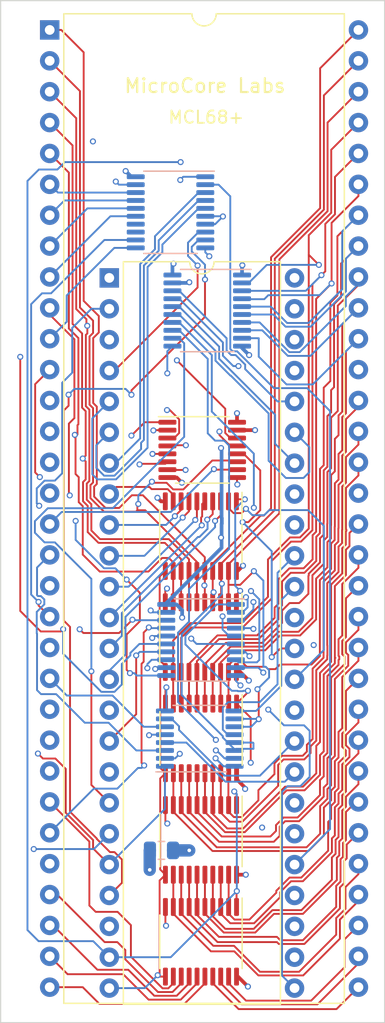
<source format=kicad_pcb>
(kicad_pcb (version 20221018) (generator pcbnew)
  (layers (0 "F.Cu" signal) (1 "In1.Cu" signal) (2 "In2.Cu" signal) (31 "B.Cu" signal) (34 "B.Paste" user) (35 "F.Paste" user) (36 "B.SilkS" user "B.Silkscreen") (37 "F.SilkS" user "F.Silkscreen") (38 "B.Mask" user) (39 "F.Mask" user) (44 "Edge.Cuts" user))
  (net 0 "")
  (net 1 "M68K_D4")
  (net 2 "M68K_D3")
  (net 3 "M68K_D2")
  (net 4 "M68K_D1")
  (net 5 "M68K_D0")
  (net 6 "M68K_AS_n")
  (net 7 "M68K_UDS_n")
  (net 8 "M68K_LDS_n")
  (net 9 "M68K_WR_n")
  (net 10 "M68K_DTACK_n")
  (net 11 "M68K_BG_n")
  (net 12 "M68K_BGACK_n")
  (net 13 "M68K_BR_n")
  (net 14 "+5V")
  (net 15 "M68K_CLK")
  (net 16 "GND")
  (net 17 "M68K_HALT_n")
  (net 18 "M68K_RESET_n")
  (net 19 "M68K_VMA_n")
  (net 20 "M68K_E")
  (net 21 "M68K_VPA_n")
  (net 22 "M68K_BERR_n")
  (net 23 "M68K_IPL2")
  (net 24 "M68K_IPL1")
  (net 25 "M68K_IPL0")
  (net 26 "M68K_FC2")
  (net 27 "M68K_FC1")
  (net 28 "M68K_FC0")
  (net 29 "M68K_A1")
  (net 30 "M68K_A2")
  (net 31 "M68K_A3")
  (net 32 "M68K_A4")
  (net 33 "M68K_A5")
  (net 34 "M68K_A6")
  (net 35 "M68K_A7")
  (net 36 "M68K_A8")
  (net 37 "M68K_A9")
  (net 38 "M68K_A10")
  (net 39 "M68K_A11")
  (net 40 "M68K_A12")
  (net 41 "M68K_A13")
  (net 42 "M68K_A14")
  (net 43 "M68K_A15")
  (net 44 "M68K_A16")
  (net 45 "M68K_A17")
  (net 46 "M68K_A18")
  (net 47 "M68K_A19")
  (net 48 "M68K_A20")
  (net 49 "M68K_A21")
  (net 50 "M68K_A22")
  (net 51 "M68K_A23")
  (net 52 "M68K_D15")
  (net 53 "M68K_D14")
  (net 54 "M68K_D13")
  (net 55 "M68K_D12")
  (net 56 "M68K_D11")
  (net 57 "M68K_D10")
  (net 58 "M68K_D9")
  (net 59 "M68K_D8")
  (net 60 "M68K_D7")
  (net 61 "M68K_D6")
  (net 62 "M68K_D5")
  (net 63 "ARB_OE_n")
  (net 64 "CLK_574")
  (net 65 "MUX_SEL")
  (net 66 "DATA_IN0")
  (net 67 "DATA_IN1")
  (net 68 "DATA_IN3")
  (net 69 "DATA_IN2")
  (net 70 "DATA_OE_n")
  (net 71 "+3.3V")
  (net 72 "BR_n")
  (net 73 "BG_n")
  (net 74 "VPA_n")
  (net 75 "DTACK_n")
  (net 76 "FC0")
  (net 77 "BGACK_n")
  (net 78 "FC1")
  (net 79 "CLK")
  (net 80 "DATA_IN4")
  (net 81 "DATA_IN5")
  (net 82 "DATA_IN7")
  (net 83 "DATA_IN6")
  (net 84 "SHIFTOUT7")
  (net 85 "SHIFTOUT6")
  (net 86 "SHIFTOUT5")
  (net 87 "SHIFTOUT4")
  (net 88 "SHIFTOUT3")
  (net 89 "SHIFTOUT2")
  (net 90 "SHIFTOUT1")
  (net 91 "SHIFTOUT0")
  (net 92 "DATA_IN15")
  (net 93 "DATA_IN14")
  (net 94 "DATA_IN13")
  (net 95 "DATA_IN12")
  (net 96 "DATA_IN11")
  (net 97 "DATA_IN10")
  (net 98 "DATA_IN9")
  (net 99 "DATA_IN8")
  (net 100 "AS_n")
  (net 101 "UDS_n")
  (net 102 "LDS_n")
  (net 103 "WR_n")
  (net 104 "E")
  (net 105 "VMA_n")
  (footprint "Package_SO:TSSOP-20_4.4x6.5mm_P0.65mm" (layer "F.Cu") (at 151.5872 122.0216 -90)
    (fp_text reference "U6" hide)
    (fp_text value "74HCT574" hide)
  )
  (footprint "Package_SO:TSSOP-16_4.4x5mm_P0.65mm" (layer "F.Cu") (at 151.6888 89.9414)
    (fp_text reference "U3" hide)
    (fp_text value "74LS257")
  )
  (footprint "Package_DIP:DIP-48_W15.24mm" (layer "F.Cu") (at 144.0434 75.7936)
    (fp_text reference "U5" hide)
    (fp_text value "Teensy4.1" hide)
  )
  (footprint "Package_SO:TSSOP-20_4.4x6.5mm_P0.65mm" (layer "F.Cu") (at 151.5762 97.0357 -90)
    (fp_text reference "U9" hide)
    (fp_text value "74HCT574" hide)
  )
  (footprint "Package_DIP:DIP-64_W25.4mm" (layer "F.Cu") (at 139.1412 55.3974)
    (fp_text reference "U1" hide)
    (fp_text value "68000D" hide)
  )
  (footprint "Package_SO:TSSOP-20_4.4x6.5mm_P0.65mm" (layer "F.Cu") (at 151.5872 130.4036 -90)
    (fp_text reference "U7" hide)
    (fp_text value "74HCT574" hide)
  )
  (footprint "Package_SO:TSSOP-20_4.4x6.5mm_P0.65mm" (layer "F.Cu") (at 151.5912 113.6727 -90)
    (fp_text reference "U2" hide)
    (fp_text value "74HCT574" hide)
  )
  (footprint "Package_SO:TSSOP-20_4.4x6.5mm_P0.65mm" (layer "F.Cu") (at 151.5762 105.3415 -90)
    (fp_text reference "U10" hide)
    (fp_text value "74HCT574" hide)
  )
  (footprint "Capacitor_SMD:C_0805_2012Metric" (layer "B.Cu") (at 148.336 122.8852)
    (fp_text reference "C1" hide)
    (fp_text value "10 uF")
  )
  (footprint "Package_SO:TSSOP-16_4.4x5mm_P0.65mm" (layer "B.Cu") (at 151.4856 113.6904)
    (fp_text reference "U8" hide)
    (fp_text value "74LS257")
  )
  (footprint "Package_SO:TSSOP-20_4.4x6.5mm_P0.65mm" (layer "B.Cu") (at 151.5949 105.578 180)
    (fp_text reference "U4" hide)
    (fp_text value "74HCT541")
  )
  (footprint "Package_SO:TSSOP-20_4.4x6.5mm_P0.65mm" (layer "B.Cu") (at 149.0803 70.399 180)
    (fp_text reference "U12" hide)
    (fp_text value "74HCT541")
  )
  (footprint "Package_SO:TSSOP-20_4.4x6.5mm_P0.65mm" (layer "B.Cu") (at 152.1029 78.4808 180)
    (fp_text reference "U11" hide)
    (fp_text value "74HCT541")
  )
  (gr_rect (start 135.1026 52.9844) (end 166.7002 137.0584) (stroke (width 0.1)) (fill none) (layer "Edge.Cuts"))
  (gr_text "MCL68+" (at 148.8186 63.1698) (layer "F.SilkS") (effects (font (size 1.016 1.016) (thickness 0.1524)) (justify left bottom)))
  (gr_text "MicroCore Labs" (at 145.1864 60.6552) (layer "F.SilkS") (effects (font (size 1.143 1.143) (thickness 0.1778)) (justify left bottom)))
  (segment (start 143.1798 80.282539) (end 142.7226 80.739739) (width 0.1524) (layer "F.Cu") (net 1))
  (segment (start 151.9012 99.8982) (end 151.9012 101.05741) (width 0.1524) (layer "F.Cu") (net 1))
  (segment (start 143.1798 78.924661) (end 143.1798 80.282539) (width 0.1524) (layer "F.Cu") (net 1))
  (segment (start 146.812 93.6752) (end 151.9012 98.7644) (width 0.1524) (layer "F.Cu") (net 1))
  (segment (start 143.0148 92.748) (end 142.7988 92.964) (width 0.1524) (layer "F.Cu") (net 1))
  (segment (start 142.7226 80.739739) (end 142.7226 86.087461) (width 0.1524) (layer "F.Cu") (net 1))
  (segment (start 151.9012 101.05741) (end 151.8666 101.09201) (width 0.1524) (layer "F.Cu") (net 1))
  (segment (start 139.1412 55.3974) (end 140.0936 55.3974) (width 0.1524) (layer "F.Cu") (net 1))
  (segment (start 140.0936 55.3974) (end 141.9352 57.239) (width 0.1524) (layer "F.Cu") (net 1))
  (segment (start 151.9012 99.8982) (end 151.9012 102.479) (width 0.1524) (layer "F.Cu") (net 1))
  (segment (start 142.7226 86.087461) (end 143.0148 86.379661) (width 0.1524) (layer "F.Cu") (net 1))
  (segment (start 141.9352 77.680061) (end 143.1798 78.924661) (width 0.1524) (layer "F.Cu") (net 1))
  (segment (start 142.7988 93.783661) (end 143.731739 94.7166) (width 0.1524) (layer "F.Cu") (net 1))
  (segment (start 145.8976 93.6752) (end 146.812 93.6752) (width 0.1524) (layer "F.Cu") (net 1))
  (segment (start 143.0148 86.379661) (end 143.0148 92.748) (width 0.1524) (layer "F.Cu") (net 1))
  (segment (start 142.7988 92.964) (end 142.7988 93.783661) (width 0.1524) (layer "F.Cu") (net 1))
  (segment (start 143.731739 94.7166) (end 144.8562 94.7166) (width 0.1524) (layer "F.Cu") (net 1))
  (segment (start 151.9012 98.7644) (end 151.9012 100.6856) (width 0.1524) (layer "F.Cu") (net 1))
  (segment (start 144.8562 94.7166) (end 145.8976 93.6752) (width 0.1524) (layer "F.Cu") (net 1))
  (segment (start 141.9352 57.239) (end 141.9352 77.680061) (width 0.1524) (layer "F.Cu") (net 1))
  (via (at 149.84038 114.939) (size 0.5) (drill 0.3) (layers "F.Cu" "B.Cu") (net 1))
  (via (at 151.8666 101.09201) (size 0.5) (drill 0.3) (layers "F.Cu" "B.Cu") (net 1))
  (segment (start 149.46398 115.3154) (end 149.84038 114.939) (width 0.1524) (layer "B.Cu") (net 1))
  (segment (start 148.6231 115.3154) (end 149.46398 115.3154) (width 0.1524) (layer "B.Cu") (net 1))
  (segment (start 150.1394 93.1926) (end 149.303863 93.1926) (width 0.1524) (layer "F.Cu") (net 2))
  (segment (start 149.303863 93.1926) (end 148.756263 92.645) (width 0.1524) (layer "F.Cu") (net 2))
  (segment (start 148.756263 92.645) (end 147.638137 92.645) (width 0.1524) (layer "F.Cu") (net 2))
  (segment (start 151.2512 99.8982) (end 151.2512 102.479) (width 0.1524) (layer "F.Cu") (net 2))
  (segment (start 143.605487 95.0214) (end 146.2404 95.0214) (width 0.1524) (layer "F.Cu") (net 2))
  (segment (start 142.494 92.837748) (end 142.494 93.909913) (width 0.1524) (layer "F.Cu") (net 2))
  (segment (start 154.5513 90.9164) (end 154.4479 90.813) (width 0.1524) (layer "F.Cu") (net 2))
  (segment (start 146.3548 94.907) (end 147.001652 94.907) (width 0.1524) (layer "F.Cu") (net 2))
  (segment (start 154.4479 90.813) (end 152.519 90.813) (width 0.1524) (layer "F.Cu") (net 2))
  (segment (start 141.6304 78.231252) (end 142.71 79.310852) (width 0.1524) (layer "F.Cu") (net 2))
  (segment (start 142.71 79.310852) (end 142.71 80.321287) (width 0.1524) (layer "F.Cu") (net 2))
  (segment (start 151.2512 99.156548) (end 151.2512 99.8982) (width 0.1524) (layer "F.Cu") (net 2))
  (segment (start 142.71 80.321287) (end 142.4178 80.613487) (width 0.1524) (layer "F.Cu") (net 2))
  (segment (start 147.001652 94.907) (end 151.2512 99.156548) (width 0.1524) (layer "F.Cu") (net 2))
  (segment (start 146.2404 95.0214) (end 146.3548 94.907) (width 0.1524) (layer "F.Cu") (net 2))
  (segment (start 139.1412 57.9374) (end 141.6304 60.4266) (width 0.1524) (layer "F.Cu") (net 2))
  (segment (start 142.71 86.505913) (end 142.71 92.621748) (width 0.1524) (layer "F.Cu") (net 2))
  (segment (start 147.638137 92.645) (end 147.550435 92.557298) (width 0.1524) (layer "F.Cu") (net 2))
  (segment (start 142.4178 80.613487) (end 142.4178 86.213713) (width 0.1524) (layer "F.Cu") (net 2))
  (segment (start 141.6304 60.4266) (end 141.6304 78.231252) (width 0.1524) (layer "F.Cu") (net 2))
  (segment (start 152.519 90.813) (end 150.1394 93.1926) (width 0.1524) (layer "F.Cu") (net 2))
  (segment (start 142.4178 86.213713) (end 142.71 86.505913) (width 0.1524) (layer "F.Cu") (net 2))
  (segment (start 146.3548 94.907) (end 146.3548 94.4626) (width 0.1524) (layer "F.Cu") (net 2))
  (segment (start 142.494 93.909913) (end 143.605487 95.0214) (width 0.1524) (layer "F.Cu") (net 2))
  (segment (start 146.3548 94.4626) (end 146.431 94.3864) (width 0.1524) (layer "F.Cu") (net 2))
  (segment (start 142.71 92.621748) (end 142.494 92.837748) (width 0.1524) (layer "F.Cu") (net 2))
  (via (at 146.431 94.3864) (size 0.5) (drill 0.3) (layers "F.Cu" "B.Cu") (net 2))
  (via (at 147.550435 92.557298) (size 0.5) (drill 0.3) (layers "F.Cu" "B.Cu") (net 2))
  (segment (start 146.431 94.3864) (end 146.431 93.676733) (width 0.1524) (layer "B.Cu") (net 2))
  (segment (start 146.431 93.676733) (end 147.550435 92.557298) (width 0.1524) (layer "B.Cu") (net 2))
  (segment (start 154.5513 88.9664) (end 153.999089 88.9664) (width 0.1524) (layer "F.Cu") (net 3))
  (segment (start 139.1412 60.4774) (end 141.3256 62.6618) (width 0.1524) (layer "F.Cu") (net 3))
  (segment (start 142.4052 92.495496) (end 142.4052 86.632165) (width 0.1524) (layer "F.Cu") (net 3))
  (segment (start 141.3256 78.357504) (end 142.1638 79.195704) (width 0.1524) (layer "F.Cu") (net 3))
  (segment (start 142.1892 92.711496) (end 142.4052 92.495496) (width 0.1524) (layer "F.Cu") (net 3))
  (segment (start 142.5702 96.5708) (end 142.5702 94.417165) (width 0.1524) (layer "F.Cu") (net 3))
  (segment (start 142.113 80.487235) (end 142.24 80.360235) (width 0.1524) (layer "F.Cu") (net 3))
  (segment (start 150.6012 99.8982) (end 150.6012 98.9376) (width 0.1524) (layer "F.Cu") (net 3))
  (segment (start 148.9456 97.282) (end 143.2814 97.282) (width 0.1524) (layer "F.Cu") (net 3))
  (segment (start 141.3256 62.6618) (end 141.3256 78.357504) (width 0.1524) (layer "F.Cu") (net 3))
  (segment (start 153.999089 88.9664) (end 153.5852 88.552511) (width 0.1524) (layer "F.Cu") (net 3))
  (segment (start 153.5852 86.5546) (end 149.606 82.5754) (width 0.1524) (layer "F.Cu") (net 3))
  (segment (start 142.1638 79.663) (end 142.2314 79.7306) (width 0.1524) (layer "F.Cu") (net 3))
  (segment (start 142.24 80.360235) (end 142.24 79.7392) (width 0.1524) (layer "F.Cu") (net 3))
  (segment (start 142.1638 79.195704) (end 142.1638 79.663) (width 0.1524) (layer "F.Cu") (net 3))
  (segment (start 142.1892 94.036165) (end 142.1892 92.711496) (width 0.1524) (layer "F.Cu") (net 3))
  (segment (start 153.5852 88.552511) (end 153.5852 86.5546) (width 0.1524) (layer "F.Cu") (net 3))
  (segment (start 142.113 86.339965) (end 142.113 80.487235) (width 0.1524) (layer "F.Cu") (net 3))
  (segment (start 150.6012 98.9376) (end 148.9456 97.282) (width 0.1524) (layer "F.Cu") (net 3))
  (segment (start 142.4052 86.632165) (end 142.113 86.339965) (width 0.1524) (layer "F.Cu") (net 3))
  (segment (start 142.5702 94.417165) (end 142.1892 94.036165) (width 0.1524) (layer "F.Cu") (net 3))
  (segment (start 143.2814 97.282) (end 142.5702 96.5708) (width 0.1524) (layer "F.Cu") (net 3))
  (segment (start 150.6012 99.8982) (end 150.6012 102.479) (width 0.1524) (layer "F.Cu") (net 3))
  (segment (start 142.24 79.7392) (end 142.2314 79.7306) (width 0.1524) (layer "F.Cu") (net 3))
  (via (at 142.2314 79.7306) (size 0.5) (drill 0.3) (layers "F.Cu" "B.Cu") (net 3))
  (via (at 149.606 82.5754) (size 0.5) (drill 0.3) (layers "F.Cu" "B.Cu") (net 3))
  (segment (start 141.8082 86.466217) (end 142.1004 86.758417) (width 0.1524) (layer "F.Cu") (net 4))
  (segment (start 149.9512 99.8982) (end 149.9512 102.479) (width 0.1524) (layer "F.Cu") (net 4))
  (segment (start 143.155148 97.5868) (end 148.6154 97.5868) (width 0.1524) (layer "F.Cu") (net 4))
  (segment (start 149.9512 98.9226) (end 149.9512 99.8982) (width 0.1524) (layer "F.Cu") (net 4))
  (segment (start 142.1004 92.369244) (end 141.8844 92.585244) (width 0.1524) (layer "F.Cu") (net 4))
  (segment (start 142.1004 90.4112) (end 141.859 90.6526) (width 0.1524) (layer "F.Cu") (net 4))
  (segment (start 141.8844 94.162417) (end 142.2654 94.543417) (width 0.1524) (layer "F.Cu") (net 4))
  (segment (start 139.1412 63.0174) (end 141.0208 64.897) (width 0.1524) (layer "F.Cu") (net 4))
  (segment (start 142.1004 86.758417) (end 142.1004 90.4112) (width 0.1524) (layer "F.Cu") (net 4))
  (segment (start 142.1004 90.894) (end 142.1004 92.369244) (width 0.1524) (layer "F.Cu") (net 4))
  (segment (start 141.0208 79.573583) (end 141.8082 80.360983) (width 0.1524) (layer "F.Cu") (net 4))
  (segment (start 141.859 90.6526) (end 142.1004 90.894) (width 0.1524) (layer "F.Cu") (net 4))
  (segment (start 141.8082 80.360983) (end 141.8082 86.466217) (width 0.1524) (layer "F.Cu") (net 4))
  (segment (start 148.6154 97.5868) (end 149.9512 98.9226) (width 0.1524) (layer "F.Cu") (net 4))
  (segment (start 148.8211 90.2716) (end 148.8263 90.2664) (width 0.1524) (layer "F.Cu") (net 4))
  (segment (start 141.0208 64.897) (end 141.0208 79.573583) (width 0.1524) (layer "F.Cu") (net 4))
  (segment (start 142.2654 96.697052) (end 143.155148 97.5868) (width 0.1524) (layer "F.Cu") (net 4))
  (segment (start 147.5994 90.2716) (end 148.8211 90.2716) (width 0.1524) (layer "F.Cu") (net 4))
  (segment (start 141.8844 92.585244) (end 141.8844 94.162417) (width 0.1524) (layer "F.Cu") (net 4))
  (segment (start 142.2654 94.543417) (end 142.2654 96.697052) (width 0.1524) (layer "F.Cu") (net 4))
  (via (at 141.859 90.6526) (size 0.5) (drill 0.3) (layers "F.Cu" "B.Cu") (net 4))
  (via (at 147.5994 90.2716) (size 0.5) (drill 0.3) (layers "F.Cu" "B.Cu") (net 4))
  (segment (start 141.1986 88.9) (end 141.208822 88.889778) (width 0.1524) (layer "F.Cu") (net 5))
  (segment (start 140.716 79.958452) (end 141.5034 80.745852) (width 0.1524) (layer "F.Cu") (net 5))
  (segment (start 147.2692 99.949) (end 148.3868 98.8314) (width 0.1524) (layer "F.Cu") (net 5))
  (segment (start 141.859 98.552) (end 143.256 99.949) (width 0.1524) (layer "F.Cu") (net 5))
  (segment (start 141.2668 91.9226) (end 141.5288 92.1846) (width 0.1524) (layer "F.Cu") (net 5))
  (segment (start 141.4272 88.6714) (end 141.1986 88.9) (width 0.1524) (layer "F.Cu") (net 5))
  (segment (start 148.9456 98.8314) (end 149.3012 99.187) (width 0.1524) (layer "F.Cu") (net 5))
  (segment (start 147.6964 88.3164) (end 147.6716 88.3412) (width 0.1524) (layer "F.Cu") (net 5))
  (segment (start 141.1986 88.9) (end 141.2668 88.9682) (width 0.1524) (layer "F.Cu") (net 5))
  (segment (start 141.4272 87.9094) (end 141.4272 88.6714) (width 0.1524) (layer "F.Cu") (net 5))
  (segment (start 139.1412 65.5574) (end 140.716 67.1322) (width 0.1524) (layer "F.Cu") (net 5))
  (segment (start 149.3012 99.8982) (end 149.3012 102.479) (width 0.1524) (layer "F.Cu") (net 5))
  (segment (start 148.3868 98.8314) (end 148.9456 98.8314) (width 0.1524) (layer "F.Cu") (net 5))
  (segment (start 141.5288 94.237869) (end 141.859 94.568069) (width 0.1524) (layer "F.Cu") (net 5))
  (segment (start 140.716 67.1322) (end 140.716 79.958452) (width 0.1524) (layer "F.Cu") (net 5))
  (segment (start 141.5288 92.1846) (end 141.5288 94.237869) (width 0.1524) (layer "F.Cu") (net 5))
  (segment (start 149.3012 99.187) (end 149.3012 99.8982) (width 0.1524) (layer "F.Cu") (net 5))
  (segment (start 141.5034 80.745852) (end 141.5034 87.8332) (width 0.1524) (layer "F.Cu") (net 5))
  (segment (start 143.256 99.949) (end 147.2692 99.949) (width 0.1524) (layer "F.Cu") (net 5))
  (segment (start 141.2668 88.9682) (end 141.2668 91.9226) (width 0.1524) (layer "F.Cu") (net 5))
  (segment (start 148.8263 88.3164) (end 147.6964 88.3164) (width 0.1524) (layer "F.Cu") (net 5))
  (segment (start 141.208822 88.889778) (end 141.208822 88.703022) (width 0.1524) (layer "F.Cu") (net 5))
  (segment (start 141.5034 87.8332) (end 141.4272 87.9094) (width 0.1524) (layer "F.Cu") (net 5))
  (segment (start 141.859 94.568069) (end 141.859 98.552) (width 0.1524) (layer "F.Cu") (net 5))
  (via (at 147.6716 88.3412) (size 0.5) (drill 0.3) (layers "F.Cu" "B.Cu") (net 5))
  (via (at 141.208822 88.703022) (size 0.5) (drill 0.3) (layers "F.Cu" "B.Cu") (net 5))
  (segment (start 146.2178 68.774) (end 139.8178 68.774) (width 0.1524) (layer "B.Cu") (net 6))
  (segment (start 139.8178 68.774) (end 139.1412 68.0974) (width 0.1524) (layer "B.Cu") (net 6))
  (segment (start 140.3546 69.424) (end 139.1412 70.6374) (width 0.1524) (layer "B.Cu") (net 7))
  (segment (start 146.2178 69.424) (end 140.3546 69.424) (width 0.1524) (layer "B.Cu") (net 7))
  (segment (start 142.2446 70.074) (end 139.1412 73.1774) (width 0.1524) (layer "B.Cu") (net 8))
  (segment (start 146.2178 70.074) (end 142.2446 70.074) (width 0.1524) (layer "B.Cu") (net 8))
  (segment (start 146.2178 70.724) (end 144.1346 70.724) (width 0.1524) (layer "B.Cu") (net 9))
  (segment (start 144.1346 70.724) (end 139.1412 75.7174) (width 0.1524) (layer "B.Cu") (net 9))
  (segment (start 139.1412 78.2574) (end 139.1412 78.814704) (width 0.1524) (layer "F.Cu") (net 10))
  (segment (start 141.1732 87.3252) (end 140.72 87.7784) (width 0.1524) (layer "F.Cu") (net 10))
  (segment (start 139.1412 78.814704) (end 141.1732 80.846704) (width 0.1524) (layer "F.Cu") (net 10))
  (segment (start 140.72 87.7784) (end 140.72 93.615925) (width 0.1524) (layer "F.Cu") (net 10))
  (segment (start 140.72 93.615925) (end 140.7882 93.684125) (width 0.1524) (layer "F.Cu") (net 10))
  (segment (start 141.1732 80.846704) (end 141.1732 87.3252) (width 0.1524) (layer "F.Cu") (net 10))
  (via (at 140.7882 93.684125) (size 0.5) (drill 0.3) (layers "F.Cu" "B.Cu") (net 10))
  (via (at 153.3612 103.632) (size 0.5) (drill 0.3) (layers "F.Cu" "B.Cu") (net 10))
  (segment (start 153.905189 105.253) (end 153.3612 104.709011) (width 0.1524) (layer "B.Cu") (net 10))
  (segment (start 153.3612 104.709011) (end 153.3612 103.632) (width 0.1524) (layer "B.Cu") (net 10))
  (segment (start 154.4574 105.253) (end 153.905189 105.253) (width 0.1524) (layer "B.Cu") (net 10))
  (segment (start 140.5382 77.2416) (end 140.5382 79.4004) (width 0.1524) (layer "B.Cu") (net 11))
  (segment (start 146.2178 73.324) (end 144.4558 73.324) (width 0.1524) (layer "B.Cu") (net 11))
  (segment (start 144.4558 73.324) (end 140.5382 77.2416) (width 0.1524) (layer "B.Cu") (net 11))
  (segment (start 140.5382 79.4004) (end 139.1412 80.7974) (width 0.1524) (layer "B.Cu") (net 11))
  (segment (start 138.3284 92.1766) (end 137.9474 91.7956) (width 0.1524) (layer "F.Cu") (net 12))
  (segment (start 137.9474 91.7956) (end 137.9474 84.5312) (width 0.1524) (layer "F.Cu") (net 12))
  (segment (start 137.9474 84.5312) (end 139.1412 83.3374) (width 0.1524) (layer "F.Cu") (net 12))
  (via (at 155.701094 101.550106) (size 0.5) (drill 0.3) (layers "F.Cu" "B.Cu") (net 12))
  (via (at 138.3284 92.1766) (size 0.5) (drill 0.3) (layers "F.Cu" "B.Cu") (net 12))
  (segment (start 156.3878 102.236812) (end 155.701094 101.550106) (width 0.1524) (layer "B.Cu") (net 12))
  (segment (start 154.671 107.4166) (end 156.1846 107.4166) (width 0.1524) (layer "B.Cu") (net 12))
  (segment (start 156.3878 107.2134) (end 156.3878 102.236812) (width 0.1524) (layer "B.Cu") (net 12))
  (segment (start 154.4574 107.203) (end 154.671 107.4166) (width 0.1524) (layer "B.Cu") (net 12))
  (segment (start 156.1846 107.4166) (end 156.3878 107.2134) (width 0.1524) (layer "B.Cu") (net 12))
  (via (at 155.579 106.9086) (size 0.5) (drill 0.3) (layers "F.Cu" "B.Cu") (net 13))
  (segment (start 155.2234 106.553) (end 155.579 106.9086) (width 0.1524) (layer "B.Cu") (net 13))
  (segment (start 154.4574 106.553) (end 155.2234 106.553) (width 0.1524) (layer "B.Cu") (net 13))
  (via (at 142.6972 64.5668) (size 0.5) (drill 0.3) (layers "F.Cu" "B.Cu") (net 14))
  (via (at 156.714 108.25872) (size 0.5) (drill 0.3) (layers "F.Cu" "B.Cu") (net 15))
  (segment (start 154.4574 107.853) (end 156.30828 107.853) (width 0.1524) (layer "B.Cu") (net 15))
  (segment (start 156.30828 107.853) (end 156.714 108.25872) (width 0.1524) (layer "B.Cu") (net 15))
  (segment (start 148.6662 109.5502) (end 148.7424 109.474) (width 0.1524) (layer "F.Cu") (net 16))
  (segment (start 154.5513 88.3164) (end 156.0316 88.3164) (width 0.3048) (layer "F.Cu") (net 16))
  (segment (start 148.6622 127.5411) (end 148.6622 129.0328) (width 0.1524) (layer "F.Cu") (net 16))
  (segment (start 156.0316 88.3164) (end 156.0322 88.3158) (width 0.1524) (layer "F.Cu") (net 16))
  (segment (start 148.6622 119.1591) (end 148.6622 120.519) (width 0.1524) (layer "F.Cu") (net 16))
  (segment (start 149.593681 92.2164) (end 150.016219 92.638938) (width 0.3048) (layer "F.Cu") (net 16))
  (segment (start 148.6512 101.488) (end 148.7932 101.346) (width 0.1524) (layer "F.Cu") (net 16))
  (segment (start 148.6512 94.1732) (end 148.3006 94.1732) (width 0.3048) (layer "F.Cu") (net 16))
  (segment (start 148.6622 120.519) (end 148.8186 120.6754) (width 0.1524) (layer "F.Cu") (net 16))
  (segment (start 148.3006 94.1732) (end 148.0058 93.8784) (width 0.3048) (layer "F.Cu") (net 16))
  (segment (start 148.6662 110.8102) (end 148.6662 109.5502) (width 0.1524) (layer "F.Cu") (net 16))
  (segment (start 148.8263 92.2164) (end 149.593681 92.2164) (width 0.3048) (layer "F.Cu") (net 16))
  (segment (start 148.6512 102.479) (end 148.6512 101.488) (width 0.1524) (layer "F.Cu") (net 16))
  (segment (start 148.6622 129.0328) (end 148.7122 129.0828) (width 0.1524) (layer "F.Cu") (net 16))
  (via (at 148.7932 101.346) (size 0.5) (drill 0.3) (layers "F.Cu" "B.Cu") (net 16))
  (via (at 156.0322 88.3158) (size 0.5) (drill 0.3) (layers "F.Cu" "B.Cu") (net 16))
  (via (at 144.5768 67.8688) (size 0.5) (drill 0.3) (layers "F.Cu" "B.Cu") (net 16))
  (via (at 148.7424 109.474) (size 0.5) (drill 0.3) (layers "F.Cu" "B.Cu") (net 16))
  (via (at 148.8186 120.6754) (size 0.5) (drill 0.3) (layers "F.Cu" "B.Cu") (net 16))
  (via (at 152.273 74.0156) (size 0.5) (drill 0.3) (layers "F.Cu" "B.Cu") (net 16))
  (via (at 148.0058 93.8784) (size 0.5) (drill 0.3) (layers "F.Cu" "B.Cu") (net 16))
  (via (at 150.626478 76.153678) (size 0.5) (drill 0.3) (layers "F.Cu" "B.Cu") (net 16))
  (via (at 154.9908 74.7522) (size 0.5) (drill 0.3) (layers "F.Cu" "B.Cu") (net 16))
  (via (at 155.5496 82.1436) (size 0.5) (drill 0.3) (layers "F.Cu" "B.Cu") (net 16))
  (via (at 150.622 122.8852) (size 0.5) (drill 0.3) (layers "F.Cu" "B.Cu") (net 16))
  (via (at 152.810962 114.660163) (size 0.5) (drill 0.3) (layers "F.Cu" "B.Cu") (net 16))
  (via (at 150.016219 92.638938) (size 0.5) (drill 0.3) (layers "F.Cu" "B.Cu") (net 16))
  (via (at 154.833985 109.314273) (size 0.5) (drill 0.3) (layers "F.Cu" "B.Cu") (net 16))
  (via (at 147.447 103.1494) (size 0.5) (drill 0.3) (layers "F.Cu" "B.Cu") (net 16))
  (via (at 148.7122 129.0828) (size 0.5) (drill 0.3) (layers "F.Cu" "B.Cu") (net 16))
  (via (at 153.3906 70.739) (size 0.5) (drill 0.3) (layers "F.Cu" "B.Cu") (net 16))
  (segment (start 154.9654 74.7776) (end 154.9908 74.7522) (width 0.1524) (layer "B.Cu") (net 16))
  (segment (start 150.574356 76.2058) (end 150.626478 76.153678) (width 0.1524) (layer "B.Cu") (net 16))
  (segment (start 151.9428 73.324) (end 151.9428 73.6854) (width 0.1524) (layer "B.Cu") (net 16))
  (segment (start 154.9654 75.5558) (end 154.9654 74.7776) (width 0.3048) (layer "B.Cu") (net 16))
  (segment (start 144.832 68.124) (end 144.5768 67.8688) (width 0.1524) (layer "B.Cu") (net 16))
  (segment (start 153.523739 115.3154) (end 152.868502 114.660163) (width 0.1524) (layer "B.Cu") (net 16))
  (segment (start 154.9654 81.4058) (end 154.9654 81.5594) (width 0.1524) (layer "B.Cu") (net 16))
  (segment (start 148.7424 111.2961) (end 148.7424 109.474) (width 0.1524) (layer "B.Cu") (net 16))
  (segment (start 151.9428 70.724) (end 153.3756 70.724) (width 0.1524) (layer "B.Cu") (net 16))
  (segment (start 152.7556 71.374) (end 153.3906 70.739) (width 0.1524) (layer "B.Cu") (net 16))
  (segment (start 148.7324 103.303) (end 147.6006 103.303) (width 0.1524) (layer "B.Cu") (net 16))
  (segment (start 154.3481 115.3154) (end 153.523739 115.3154) (width 0.1524) (layer "B.Cu") (net 16))
  (segment (start 153.3756 70.724) (end 153.3906 70.739) (width 0.1524) (layer "B.Cu") (net 16))
  (segment (start 148.6231 111.4154) (end 148.7424 111.2961) (width 0.1524) (layer "B.Cu") (net 16))
  (segment (start 146.2178 68.124) (end 144.832 68.124) (width 0.1524) (layer "B.Cu") (net 16))
  (segment (start 152.868502 114.660163) (end 152.810962 114.660163) (width 0.1524) (layer "B.Cu") (net 16))
  (segment (start 149.2404 76.2058) (end 150.574356 76.2058) (width 0.3048) (layer "B.Cu") (net 16))
  (segment (start 154.4574 108.937688) (end 154.833985 109.314273) (width 0.1524) (layer "B.Cu") (net 16))
  (segment (start 154.9654 81.5594) (end 155.5496 82.1436) (width 0.3048) (layer "B.Cu") (net 16))
  (segment (start 151.9428 73.6854) (end 152.273 74.0156) (width 0.1524) (layer "B.Cu") (net 16))
  (segment (start 147.6006 103.303) (end 147.447 103.1494) (width 0.1524) (layer "B.Cu") (net 16))
  (segment (start 154.4574 108.503) (end 154.4574 108.937688) (width 0.1524) (layer "B.Cu") (net 16))
  (segment (start 151.9428 71.374) (end 152.7556 71.374) (width 0.1524) (layer "B.Cu") (net 16))
  (segment (start 149.286 122.8852) (end 150.622 122.8852) (width 1.016) (layer "B.Cu") (net 16))
  (segment (start 152.696169 91.5664) (end 152.654 91.524231) (width 0.1524) (layer "F.Cu") (net 17))
  (segment (start 154.5513 91.5664) (end 152.696169 91.5664) (width 0.1524) (layer "F.Cu") (net 17))
  (via (at 152.654 91.524231) (size 0.5) (drill 0.3) (layers "F.Cu" "B.Cu") (net 17))
  (segment (start 139.1412 96.0374) (end 140.1318 95.0468) (width 0.1524) (layer "B.Cu") (net 17))
  (segment (start 149.106037 95.0468) (end 152.628606 91.524231) (width 0.1524) (layer "B.Cu") (net 17))
  (segment (start 140.1318 95.0468) (end 149.106037 95.0468) (width 0.1524) (layer "B.Cu") (net 17))
  (segment (start 152.628606 91.524231) (end 152.654 91.524231) (width 0.1524) (layer "B.Cu") (net 17))
  (segment (start 138.0998 99.6188) (end 139.1412 98.5774) (width 0.1524) (layer "B.Cu") (net 18))
  (segment (start 138.700766 102.246932) (end 138.420409 101.966575) (width 0.1524) (layer "B.Cu") (net 18))
  (segment (start 138.0744 103.269784) (end 138.700766 102.643418) (width 0.1524) (layer "B.Cu") (net 18))
  (segment (start 139.6746 110.0328) (end 138.43 110.0328) (width 0.1524) (layer "B.Cu") (net 18))
  (segment (start 138.43 110.0328) (end 138.0998 109.7026) (width 0.1524) (layer "B.Cu") (net 18))
  (segment (start 146.269861 114.6654) (end 143.986661 112.3822) (width 0.1524) (layer "B.Cu") (net 18))
  (segment (start 138.174618 101.966575) (end 138.0998 101.891757) (width 0.1524) (layer "B.Cu") (net 18))
  (segment (start 143.986661 112.3822) (end 142.024 112.3822) (width 0.1524) (layer "B.Cu") (net 18))
  (segment (start 138.700766 102.643418) (end 138.700766 102.246932) (width 0.1524) (layer "B.Cu") (net 18))
  (segment (start 142.024 112.3822) (end 139.6746 110.0328) (width 0.1524) (layer "B.Cu") (net 18))
  (segment (start 138.0998 105.053652) (end 138.0744 105.028252) (width 0.1524) (layer "B.Cu") (net 18))
  (segment (start 138.0998 101.891757) (end 138.0998 99.6188) (width 0.1524) (layer "B.Cu") (net 18))
  (segment (start 138.0744 105.028252) (end 138.0744 103.269784) (width 0.1524) (layer "B.Cu") (net 18))
  (segment (start 148.6231 114.6654) (end 146.269861 114.6654) (width 0.1524) (layer "B.Cu") (net 18))
  (segment (start 138.0998 109.7026) (end 138.0998 105.053652) (width 0.1524) (layer "B.Cu") (net 18))
  (segment (start 138.420409 101.966575) (end 138.174618 101.966575) (width 0.1524) (layer "B.Cu") (net 18))
  (via (at 147.574 105.41) (size 0.5) (drill 0.3) (layers "F.Cu" "B.Cu") (net 19))
  (segment (start 147.731 105.253) (end 147.574 105.41) (width 0.1524) (layer "B.Cu") (net 19))
  (segment (start 148.7324 105.253) (end 147.731 105.253) (width 0.1524) (layer "B.Cu") (net 19))
  (segment (start 138.222166 102.738366) (end 138.222166 102.445175) (width 0.1524) (layer "F.Cu") (net 20))
  (segment (start 139.1412 103.6574) (end 138.222166 102.738366) (width 0.1524) (layer "F.Cu") (net 20))
  (via (at 138.222166 102.445175) (size 0.5) (drill 0.3) (layers "F.Cu" "B.Cu") (net 20))
  (segment (start 146.2178 72.674) (end 143.639261 72.674) (width 0.1524) (layer "B.Cu") (net 20))
  (segment (start 143.639261 72.674) (end 139.249661 77.0636) (width 0.1524) (layer "B.Cu") (net 20))
  (segment (start 138.5062 77.0636) (end 137.6172 77.9526) (width 0.1524) (layer "B.Cu") (net 20))
  (segment (start 137.6172 77.9526) (end 137.6172 101.840209) (width 0.1524) (layer "B.Cu") (net 20))
  (segment (start 139.249661 77.0636) (end 138.5062 77.0636) (width 0.1524) (layer "B.Cu") (net 20))
  (segment (start 137.6172 101.840209) (end 138.222166 102.445175) (width 0.1524) (layer "B.Cu") (net 20))
  (via (at 150.786714 105.463797) (size 0.5) (drill 0.3) (layers "F.Cu" "B.Cu") (net 21))
  (segment (start 151.225917 105.903) (end 150.786714 105.463797) (width 0.1524) (layer "B.Cu") (net 21))
  (segment (start 154.4574 105.903) (end 151.225917 105.903) (width 0.1524) (layer "B.Cu") (net 21))
  (segment (start 146.8784 112.7154) (end 144.31 110.147) (width 0.1524) (layer "B.Cu") (net 22))
  (segment (start 140.5508 110.147) (end 139.1412 108.7374) (width 0.1524) (layer "B.Cu") (net 22))
  (segment (start 148.6231 112.7154) (end 146.8784 112.7154) (width 0.1524) (layer "B.Cu") (net 22))
  (segment (start 144.31 110.147) (end 140.5508 110.147) (width 0.1524) (layer "B.Cu") (net 22))
  (segment (start 153.999089 89.6164) (end 153.1066 88.723911) (width 0.1524) (layer "F.Cu") (net 23))
  (segment (start 154.5513 89.6164) (end 153.999089 89.6164) (width 0.1524) (layer "F.Cu") (net 23))
  (segment (start 153.1066 88.723911) (end 153.1066 88.432719) (width 0.1524) (layer "F.Cu") (net 23))
  (via (at 153.1066 88.432719) (size 0.5) (drill 0.3) (layers "F.Cu" "B.Cu") (net 23))
  (segment (start 148.8263 90.9164) (end 148.6583 91.0844) (width 0.1524) (layer "F.Cu") (net 24))
  (segment (start 148.6583 91.0844) (end 146.5834 91.0844) (width 0.1524) (layer "F.Cu") (net 24))
  (segment (start 146.5834 91.0844) (end 146.5326 91.1352) (width 0.1524) (layer "F.Cu") (net 24))
  (via (at 146.5326 91.1352) (size 0.5) (drill 0.3) (layers "F.Cu" "B.Cu") (net 24))
  (segment (start 149.7924 88.552511) (end 149.378511 88.9664) (width 0.1524) (layer "F.Cu") (net 25))
  (segment (start 149.7924 87.430289) (end 149.7924 88.552511) (width 0.1524) (layer "F.Cu") (net 25))
  (segment (start 149.026911 86.6648) (end 149.7924 87.430289) (width 0.1524) (layer "F.Cu") (net 25))
  (segment (start 149.378511 88.9664) (end 148.8263 88.9664) (width 0.1524) (layer "F.Cu") (net 25))
  (segment (start 148.7932 86.6648) (end 149.026911 86.6648) (width 0.1524) (layer "F.Cu") (net 25))
  (via (at 148.7932 86.6648) (size 0.5) (drill 0.3) (layers "F.Cu" "B.Cu") (net 25))
  (segment (start 142.4052 127.4192) (end 142.4052 122.1614) (width 0.1524) (layer "F.Cu") (net 26))
  (segment (start 142.9258 127.9398) (end 142.4052 127.4192) (width 0.1524) (layer "F.Cu") (net 26))
  (segment (start 149.3122 133.2661) (end 149.3122 133.818311) (width 0.1524) (layer "F.Cu") (net 26))
  (segment (start 144.7292 127.9398) (end 142.9258 127.9398) (width 0.1524) (layer "F.Cu") (net 26))
  (segment (start 149.3122 133.818311) (end 148.898311 134.2322) (width 0.1524) (layer "F.Cu") (net 26))
  (segment (start 145.8214 129.032) (end 144.7292 127.9398) (width 0.1524) (layer "F.Cu") (net 26))
  (segment (start 142.4052 122.1614) (end 139.1412 118.8974) (width 0.1524) (layer "F.Cu") (net 26))
  (segment (start 145.8214 131.627511) (end 145.8214 129.032) (width 0.1524) (layer "F.Cu") (net 26))
  (segment (start 148.898311 134.2322) (end 148.426089 134.2322) (width 0.1524) (layer "F.Cu") (net 26))
  (segment (start 148.426089 134.2322) (end 145.8214 131.627511) (width 0.1524) (layer "F.Cu") (net 26))
  (segment (start 147.447 104.5464) (end 147.3962 104.5972) (width 0.1524) (layer "F.Cu") (net 27))
  (segment (start 146.871037 107.36505) (end 146.871037 104.969963) (width 0.1524) (layer "F.Cu") (net 27))
  (segment (start 146.697237 107.53885) (end 146.871037 107.36505) (width 0.1524) (layer "F.Cu") (net 27))
  (segment (start 146.697237 115.683837) (end 146.697237 107.53885) (width 0.1524) (layer "F.Cu") (net 27))
  (segment (start 147.2946 104.5464) (end 147.447 104.5464) (width 0.1524) (layer "F.Cu") (net 27))
  (segment (start 146.871037 104.969963) (end 147.2946 104.5464) (width 0.1524) (layer "F.Cu") (net 27))
  (segment (start 146.9136 115.9002) (end 146.697237 115.683837) (width 0.1524) (layer "F.Cu") (net 27))
  (via (at 146.9136 115.9002) (size 0.5) (drill 0.3) (layers "F.Cu" "B.Cu") (net 27))
  (via (at 147.2946 104.5464) (size 0.5) (drill 0.3) (layers "F.Cu" "B.Cu") (net 27))
  (segment (start 146.4056 116.1034) (end 144.7038 117.8052) (width 0.1524) (layer "B.Cu") (net 27))
  (segment (start 142.7734 117.8052) (end 139.1412 121.4374) (width 0.1524) (layer "B.Cu") (net 27))
  (segment (start 146.7104 116.1034) (end 146.4056 116.1034) (width 0.1524) (layer "B.Cu") (net 27))
  (segment (start 148.7324 104.603) (end 147.3512 104.603) (width 0.1524) (layer "B.Cu") (net 27))
  (segment (start 144.7038 117.8052) (end 142.7734 117.8052) (width 0.1524) (layer "B.Cu") (net 27))
  (segment (start 147.3512 104.603) (end 147.2946 104.5464) (width 0.1524) (layer "B.Cu") (net 27))
  (segment (start 146.9136 115.9002) (end 146.7104 116.1034) (width 0.1524) (layer "B.Cu") (net 27))
  (segment (start 141.9098 105.0036) (end 141.605 104.6988) (width 0.1524) (layer "F.Cu") (net 28))
  (segment (start 145.948422 103.906922) (end 144.851744 105.0036) (width 0.1524) (layer "F.Cu") (net 28))
  (segment (start 144.851744 105.0036) (end 141.9098 105.0036) (width 0.1524) (layer "F.Cu") (net 28))
  (via (at 145.948422 103.906922) (size 0.5) (drill 0.3) (layers "F.Cu" "B.Cu") (net 28))
  (via (at 141.605 104.6988) (size 0.5) (drill 0.3) (layers "F.Cu" "B.Cu") (net 28))
  (segment (start 145.9945 103.953) (end 145.948422 103.906922) (width 0.1524) (layer "B.Cu") (net 28))
  (segment (start 148.7324 103.953) (end 145.9945 103.953) (width 0.1524) (layer "B.Cu") (net 28))
  (segment (start 144.7038 130.429) (end 143.6624 130.429) (width 0.1524) (layer "F.Cu") (net 29))
  (segment (start 145.3642 131.0894) (end 144.7038 130.429) (width 0.1524) (layer "F.Cu") (net 29))
  (segment (start 145.3642 131.8514) (end 145.3642 131.0894) (width 0.1524) (layer "F.Cu") (net 29))
  (segment (start 148.0498 134.537) (end 145.3642 131.8514) (width 0.1524) (layer "F.Cu") (net 29))
  (segment (start 149.243511 134.537) (end 148.0498 134.537) (width 0.1524) (layer "F.Cu") (net 29))
  (segment (start 149.9622 133.2661) (end 149.9622 133.818311) (width 0.1524) (layer "F.Cu") (net 29))
  (segment (start 139.7508 126.5174) (end 139.1412 126.5174) (width 0.1524) (layer "F.Cu") (net 29))
  (segment (start 149.9622 133.818311) (end 149.243511 134.537) (width 0.1524) (layer "F.Cu") (net 29))
  (segment (start 143.6624 130.429) (end 139.7508 126.5174) (width 0.1524) (layer "F.Cu") (net 29))
  (segment (start 139.1412 129.0574) (end 139.4206 129.0574) (width 0.1524) (layer "F.Cu") (net 30))
  (segment (start 150.6122 133.818311) (end 150.6122 133.2661) (width 0.1524) (layer "F.Cu") (net 30))
  (segment (start 145.6054 132.7022) (end 147.745 134.8418) (width 0.1524) (layer "F.Cu") (net 30))
  (segment (start 139.4206 129.0574) (end 143.0654 132.7022) (width 0.1524) (layer "F.Cu") (net 30))
  (segment (start 143.0654 132.7022) (end 145.6054 132.7022) (width 0.1524) (layer "F.Cu") (net 30))
  (segment (start 149.588711 134.8418) (end 150.6122 133.818311) (width 0.1524) (layer "F.Cu") (net 30))
  (segment (start 147.745 134.8418) (end 149.588711 134.8418) (width 0.1524) (layer "F.Cu") (net 30))
  (segment (start 147.277355 135.161555) (end 145.1864 133.0706) (width 0.1524) (layer "F.Cu") (net 31))
  (segment (start 149.918955 135.161555) (end 147.277355 135.161555) (width 0.1524) (layer "F.Cu") (net 31))
  (segment (start 145.1864 133.0706) (end 140.6144 133.0706) (width 0.1524) (layer "F.Cu") (net 31))
  (segment (start 151.2622 133.2661) (end 151.2622 133.818311) (width 0.1524) (layer "F.Cu") (net 31))
  (segment (start 140.6144 133.0706) (end 139.1412 131.5974) (width 0.1524) (layer "F.Cu") (net 31))
  (segment (start 151.2622 133.818311) (end 149.918955 135.161555) (width 0.1524) (layer "F.Cu") (net 31))
  (segment (start 151.9122 133.2661) (end 151.9122 133.818311) (width 0.1524) (layer "F.Cu") (net 32))
  (segment (start 141.859 134.1374) (end 139.1412 134.1374) (width 0.1524) (layer "F.Cu") (net 32))
  (segment (start 151.9122 133.818311) (end 150.221511 135.509) (width 0.1524) (layer "F.Cu") (net 32))
  (segment (start 150.221511 135.509) (end 143.2306 135.509) (width 0.1524) (layer "F.Cu") (net 32))
  (segment (start 143.2306 135.509) (end 141.859 134.1374) (width 0.1524) (layer "F.Cu") (net 32))
  (segment (start 152.5622 133.2661) (end 152.5622 133.818311) (width 0.1524) (layer "F.Cu") (net 33))
  (segment (start 152.5622 133.818311) (end 154.684689 135.9408) (width 0.1524) (layer "F.Cu") (net 33))
  (segment (start 154.684689 135.9408) (end 162.7378 135.9408) (width 0.1524) (layer "F.Cu") (net 33))
  (segment (start 162.7378 135.9408) (end 164.5412 134.1374) (width 0.1524) (layer "F.Cu") (net 33))
  (segment (start 164.5412 132.180852) (end 164.5412 131.5974) (width 0.1524) (layer "F.Cu") (net 34))
  (segment (start 161.175052 135.547) (end 164.5412 132.180852) (width 0.1524) (layer "F.Cu") (net 34))
  (segment (start 153.2122 133.818311) (end 154.940889 135.547) (width 0.1524) (layer "F.Cu") (net 34))
  (segment (start 153.2122 133.2661) (end 153.2122 133.818311) (width 0.1524) (layer "F.Cu") (net 34))
  (segment (start 154.940889 135.547) (end 161.175052 135.547) (width 0.1524) (layer "F.Cu") (net 34))
  (segment (start 163.3982 132.499) (end 163.3982 130.2004) (width 0.1524) (layer "F.Cu") (net 35))
  (segment (start 153.8622 133.2661) (end 153.8622 133.818311) (width 0.1524) (layer "F.Cu") (net 35))
  (segment (start 155.286089 135.2422) (end 160.655 135.2422) (width 0.1524) (layer "F.Cu") (net 35))
  (segment (start 163.3982 130.2004) (end 164.5412 129.0574) (width 0.1524) (layer "F.Cu") (net 35))
  (segment (start 160.655 135.2422) (end 163.3982 132.499) (width 0.1524) (layer "F.Cu") (net 35))
  (segment (start 153.8622 133.818311) (end 155.286089 135.2422) (width 0.1524) (layer "F.Cu") (net 35))
  (segment (start 159.993852 133.1722) (end 156.3116 133.1722) (width 0.1524) (layer "F.Cu") (net 36))
  (segment (start 152.409889 131.191) (end 149.3122 128.093311) (width 0.1524) (layer "F.Cu") (net 36))
  (segment (start 149.3122 124.8841) (end 149.3122 127.5411) (width 0.1524) (layer "F.Cu") (net 36))
  (segment (start 156.3116 133.1722) (end 154.3304 131.191) (width 0.1524) (layer "F.Cu") (net 36))
  (segment (start 164.5412 126.5174) (end 164.5412 127.0508) (width 0.1524) (layer "F.Cu") (net 36))
  (segment (start 163.0172 128.5748) (end 163.0172 130.148852) (width 0.1524) (layer "F.Cu") (net 36))
  (segment (start 164.5412 127.0508) (end 163.0172 128.5748) (width 0.1524) (layer "F.Cu") (net 36))
  (segment (start 163.0172 130.148852) (end 159.993852 133.1722) (width 0.1524) (layer "F.Cu") (net 36))
  (segment (start 154.3304 131.191) (end 152.409889 131.191) (width 0.1524) (layer "F.Cu") (net 36))
  (segment (start 149.3122 128.093311) (end 149.3122 127.5411) (width 0.1524) (layer "F.Cu") (net 36))
  (segment (start 162.7124 128.448548) (end 162.7124 129.8194) (width 0.1524) (layer "F.Cu") (net 37))
  (segment (start 154.304252 130.7338) (end 152.602689 130.7338) (width 0.1524) (layer "F.Cu") (net 37))
  (segment (start 164.5412 124.838008) (end 163.4744 125.904808) (width 0.1524) (layer "F.Cu") (net 37))
  (segment (start 156.437852 132.8674) (end 154.304252 130.7338) (width 0.1524) (layer "F.Cu") (net 37))
  (segment (start 162.7124 129.8194) (end 159.6644 132.8674) (width 0.1524) (layer "F.Cu") (net 37))
  (segment (start 163.4744 127.686548) (end 162.7124 128.448548) (width 0.1524) (layer "F.Cu") (net 37))
  (segment (start 164.5412 123.9774) (end 164.5412 124.838008) (width 0.1524) (layer "F.Cu") (net 37))
  (segment (start 149.9622 124.8841) (end 149.9622 127.5411) (width 0.1524) (layer "F.Cu") (net 37))
  (segment (start 159.6644 132.8674) (end 156.437852 132.8674) (width 0.1524) (layer "F.Cu") (net 37))
  (segment (start 152.602689 130.7338) (end 149.9622 128.093311) (width 0.1524) (layer "F.Cu") (net 37))
  (segment (start 149.9622 128.093311) (end 149.9622 127.5411) (width 0.1524) (layer "F.Cu") (net 37))
  (segment (start 163.4744 125.904808) (end 163.4744 127.686548) (width 0.1524) (layer "F.Cu") (net 37))
  (segment (start 150.6122 124.8841) (end 150.6122 127.5411) (width 0.1524) (layer "F.Cu") (net 38))
  (segment (start 160.095452 130.5814) (end 157.988748 130.5814) (width 0.1524) (layer "F.Cu") (net 38))
  (segment (start 164.5412 121.4374) (end 163.576 122.4026) (width 0.1524) (layer "F.Cu") (net 38))
  (segment (start 163.3728 123.74486) (end 163.3728 125.575356) (width 0.1524) (layer "F.Cu") (net 38))
  (segment (start 163.576 122.4026) (end 163.576 123.54166) (width 0.1524) (layer "F.Cu") (net 38))
  (segment (start 150.6122 128.093311) (end 150.6122 127.5411) (width 0.1524) (layer "F.Cu") (net 38))
  (segment (start 163.0172 127.659652) (end 160.095452 130.5814) (width 0.1524) (layer "F.Cu") (net 38))
  (segment (start 157.836348 130.429) (end 152.947889 130.429) (width 0.1524) (layer "F.Cu") (net 38))
  (segment (start 163.0172 125.930956) (end 163.0172 127.659652) (width 0.1524) (layer "F.Cu") (net 38))
  (segment (start 163.3728 125.575356) (end 163.0172 125.930956) (width 0.1524) (layer "F.Cu") (net 38))
  (segment (start 157.988748 130.5814) (end 157.836348 130.429) (width 0.1524) (layer "F.Cu") (net 38))
  (segment (start 163.576 123.54166) (end 163.3728 123.74486) (width 0.1524) (layer "F.Cu") (net 38))
  (segment (start 152.947889 130.429) (end 150.6122 128.093311) (width 0.1524) (layer "F.Cu") (net 38))
  (segment (start 159.9692 130.2766) (end 158.115 130.2766) (width 0.1524) (layer "F.Cu") (net 39))
  (segment (start 151.2622 124.8841) (end 151.2622 127.5411) (width 0.1524) (layer "F.Cu") (net 39))
  (segment (start 164.338 118.8974) (end 163.5126 119.7228) (width 0.1524) (layer "F.Cu") (net 39))
  (segment (start 163.068 123.618608) (end 163.068 125.449104) (width 0.1524) (layer "F.Cu") (net 39))
  (segment (start 158.115 130.2766) (end 157.8356 129.9972) (width 0.1524) (layer "F.Cu") (net 39))
  (segment (start 157.8356 129.9972) (end 153.0604 129.9972) (width 0.1524) (layer "F.Cu") (net 39))
  (segment (start 162.7124 125.804704) (end 162.7124 127.5334) (width 0.1524) (layer "F.Cu") (net 39))
  (segment (start 163.5126 119.7228) (end 163.5126 122.034948) (width 0.1524) (layer "F.Cu") (net 39))
  (segment (start 162.7124 127.5334) (end 159.9692 130.2766) (width 0.1524) (layer "F.Cu") (net 39))
  (segment (start 163.2712 122.276348) (end 163.2712 123.415408) (width 0.1524) (layer "F.Cu") (net 39))
  (segment (start 163.068 125.449104) (end 162.7124 125.804704) (width 0.1524) (layer "F.Cu") (net 39))
  (segment (start 163.2712 123.415408) (end 163.068 123.618608) (width 0.1524) (layer "F.Cu") (net 39))
  (segment (start 153.0604 129.9972) (end 151.2622 128.199) (width 0.1524) (layer "F.Cu") (net 39))
  (segment (start 151.2622 128.199) (end 151.2622 127.5411) (width 0.1524) (layer "F.Cu") (net 39))
  (segment (start 163.5126 122.034948) (end 163.2712 122.276348) (width 0.1524) (layer "F.Cu") (net 39))
  (segment (start 164.5412 118.8974) (end 164.338 118.8974) (width 0.1524) (layer "F.Cu") (net 39))
  (segment (start 159.981052 128.105) (end 157.591956 128.105) (width 0.1524) (layer "F.Cu") (net 40))
  (segment (start 164.5412 116.3574) (end 164.5412 117.442739) (width 0.1524) (layer "F.Cu") (net 40))
  (segment (start 156.055356 129.6416) (end 153.460489 129.6416) (width 0.1524) (layer "F.Cu") (net 40))
  (segment (start 162.9664 122.150096) (end 162.9664 123.289156) (width 0.1524) (layer "F.Cu") (net 40))
  (segment (start 151.9122 124.8841) (end 151.9122 127.5411) (width 0.1524) (layer "F.Cu") (net 40))
  (segment (start 153.460489 129.6416) (end 151.9122 128.093311) (width 0.1524) (layer "F.Cu") (net 40))
  (segment (start 162.9664 123.289156) (end 162.7632 123.492356) (width 0.1524) (layer "F.Cu") (net 40))
  (segment (start 163.2078 121.908696) (end 162.9664 122.150096) (width 0.1524) (layer "F.Cu") (net 40))
  (segment (start 163.5126 119.291748) (end 163.2078 119.596548) (width 0.1524) (layer "F.Cu") (net 40))
  (segment (start 151.9122 128.093311) (end 151.9122 127.5411) (width 0.1524) (layer "F.Cu") (net 40))
  (segment (start 162.7632 123.492356) (end 162.7632 125.322852) (width 0.1524) (layer "F.Cu") (net 40))
  (segment (start 164.5412 117.442739) (end 163.5126 118.471339) (width 0.1524) (layer "F.Cu") (net 40))
  (segment (start 163.2078 119.596548) (end 163.2078 121.908696) (width 0.1524) (layer "F.Cu") (net 40))
  (segment (start 162.7632 125.322852) (end 159.981052 128.105) (width 0.1524) (layer "F.Cu") (net 40))
  (segment (start 163.5126 118.471339) (end 163.5126 119.291748) (width 0.1524) (layer "F.Cu") (net 40))
  (segment (start 157.591956 128.105) (end 156.055356 129.6416) (width 0.1524) (layer "F.Cu") (net 40))
  (segment (start 163.5126 118.040287) (end 163.2078 118.345087) (width 0.1524) (layer "F.Cu") (net 41))
  (segment (start 162.3568 125.2982) (end 159.8548 127.8002) (width 0.1524) (layer "F.Cu") (net 41))
  (segment (start 153.58674 129.3368) (end 152.5622 128.312259) (width 0.1524) (layer "F.Cu") (net 41))
  (segment (start 164.5412 114.902739) (end 163.5126 115.931339) (width 0.1524) (layer "F.Cu") (net 41))
  (segment (start 162.6616 122.023844) (end 162.6616 123.162904) (width 0.1524) (layer "F.Cu") (net 41))
  (segment (start 155.929104 129.3368) (end 153.58674 129.3368) (width 0.1524) (layer "F.Cu") (net 41))
  (segment (start 162.6616 123.162904) (end 162.3568 123.467704) (width 0.1524) (layer "F.Cu") (net 41))
  (segment (start 152.5622 124.8841) (end 152.5622 127.5411) (width 0.1524) (layer "F.Cu") (net 41))
  (segment (start 163.5126 115.931339) (end 163.5126 118.040287) (width 0.1524) (layer "F.Cu") (net 41))
  (segment (start 164.5412 113.8174) (end 164.5412 114.902739) (width 0.1524) (layer "F.Cu") (net 41))
  (segment (start 163.2078 119.165496) (end 162.903 119.470296) (width 0.1524) (layer "F.Cu") (net 41))
  (segment (start 162.903 119.470296) (end 162.903 121.782444) (width 0.1524) (layer "F.Cu") (net 41))
  (segment (start 163.2078 118.345087) (end 163.2078 119.165496) (width 0.1524) (layer "F.Cu") (net 41))
  (segment (start 162.903 121.782444) (end 162.6616 122.023844) (width 0.1524) (layer "F.Cu") (net 41))
  (segment (start 152.5622 128.312259) (end 152.5622 127.5411) (width 0.1524) (layer "F.Cu") (net 41))
  (segment (start 157.465704 127.8002) (end 155.929104 129.3368) (width 0.1524) (layer "F.Cu") (net 41))
  (segment (start 162.3568 123.467704) (end 162.3568 125.2982) (width 0.1524) (layer "F.Cu") (net 41))
  (segment (start 159.8548 127.8002) (end 157.465704 127.8002) (width 0.1524) (layer "F.Cu") (net 41))
  (segment (start 153.2122 124.8841) (end 153.2122 127.5411) (width 0.1524) (layer "F.Cu") (net 42))
  (segment (start 163.5126 113.391339) (end 163.5126 114.243461) (width 0.1524) (layer "F.Cu") (net 42))
  (segment (start 164.5412 112.362739) (end 163.5126 113.391339) (width 0.1524) (layer "F.Cu") (net 42))
  (segment (start 153.998489 128.8796) (end 153.2122 128.093311) (width 0.1524) (layer "F.Cu") (net 42))
  (segment (start 162.5982 121.656192) (end 162.3568 121.897592) (width 0.1524) (layer "F.Cu") (net 42))
  (segment (start 158.997139 125.4252) (end 158.0896 126.332739) (width 0.1524) (layer "F.Cu") (net 42))
  (segment (start 162.903 119.039244) (end 162.5982 119.344044) (width 0.1524) (layer "F.Cu") (net 42))
  (segment (start 158.0896 126.745252) (end 155.955252 128.8796) (width 0.1524) (layer "F.Cu") (net 42))
  (segment (start 162.3568 123.036652) (end 159.968252 125.4252) (width 0.1524) (layer "F.Cu") (net 42))
  (segment (start 163.2078 115.805087) (end 163.2078 117.914035) (width 0.1524) (layer "F.Cu") (net 42))
  (segment (start 158.0896 126.332739) (end 158.0896 126.745252) (width 0.1524) (layer "F.Cu") (net 42))
  (segment (start 162.5982 119.344044) (end 162.5982 121.656192) (width 0.1524) (layer "F.Cu") (net 42))
  (segment (start 153.2122 128.093311) (end 153.2122 127.5411) (width 0.1524) (layer "F.Cu") (net 42))
  (segment (start 163.8046 115.208287) (end 163.2078 115.805087) (width 0.1524) (layer "F.Cu") (net 42))
  (segment (start 159.968252 125.4252) (end 158.997139 125.4252) (width 0.1524) (layer "F.Cu") (net 42))
  (segment (start 163.8046 114.535461) (end 163.8046 115.208287) (width 0.1524) (layer "F.Cu") (net 42))
  (segment (start 162.903 118.218835) (end 162.903 119.039244) (width 0.1524) (layer "F.Cu") (net 42))
  (segment (start 164.5412 111.2774) (end 164.5412 112.362739) (width 0.1524) (layer "F.Cu") (net 42))
  (segment (start 155.955252 128.8796) (end 153.998489 128.8796) (width 0.1524) (layer "F.Cu") (net 42))
  (segment (start 163.5126 114.243461) (end 163.8046 114.535461) (width 0.1524) (layer "F.Cu") (net 42))
  (segment (start 162.3568 121.897592) (end 162.3568 123.036652) (width 0.1524) (layer "F.Cu") (net 42))
  (segment (start 163.2078 117.914035) (end 162.903 118.218835) (width 0.1524) (layer "F.Cu") (net 42))
  (segment (start 157.7848 126.365) (end 155.575 128.5748) (width 0.1524) (layer "F.Cu") (net 43))
  (segment (start 162.5982 118.092583) (end 162.5982 118.912992) (width 0.1524) (layer "F.Cu") (net 43))
  (segment (start 162.5982 118.912992) (end 162.2934 119.217792) (width 0.1524) (layer "F.Cu") (net 43))
  (segment (start 155.575 128.5748) (end 154.343689 128.5748) (width 0.1524) (layer "F.Cu") (net 43))
  (segment (start 162.2934 120.293861) (end 162.052 120.535261) (width 0.1524) (layer "F.Cu") (net 43))
  (segment (start 154.343689 128.5748) (end 153.8622 128.093311) (width 0.1524) (layer "F.Cu") (net 43))
  (segment (start 163.2078 114.369713) (end 163.4998 114.661713) (width 0.1524) (layer "F.Cu") (net 43))
  (segment (start 163.2078 113.265087) (end 163.2078 114.369713) (width 0.1524) (layer "F.Cu") (net 43))
  (segment (start 162.903 115.678835) (end 162.903 117.787783) (width 0.1524) (layer "F.Cu") (net 43))
  (segment (start 162.903 117.787783) (end 162.5982 118.092583) (width 0.1524) (layer "F.Cu") (net 43))
  (segment (start 163.5126 109.766) (end 163.5126 112.960287) (width 0.1524) (layer "F.Cu") (net 43))
  (segment (start 153.8622 124.8841) (end 153.8622 127.5411) (width 0.1524) (layer "F.Cu") (net 43))
  (segment (start 162.052 120.535261) (end 162.052 122.9104) (width 0.1524) (layer "F.Cu") (net 43))
  (segment (start 163.4998 115.082035) (end 162.903 115.678835) (width 0.1524) (layer "F.Cu") (net 43))
  (segment (start 162.052 122.9104) (end 159.842 125.1204) (width 0.1524) (layer "F.Cu") (net 43))
  (segment (start 158.870887 125.1204) (end 157.7848 126.206487) (width 0.1524) (layer "F.Cu") (net 43))
  (segment (start 159.842 125.1204) (end 158.870887 125.1204) (width 0.1524) (layer "F.Cu") (net 43))
  (segment (start 157.7848 126.206487) (end 157.7848 126.365) (width 0.1524) (layer "F.Cu") (net 43))
  (segment (start 164.5412 108.7374) (end 163.5126 109.766) (width 0.1524) (layer "F.Cu") (net 43))
  (segment (start 163.4998 114.661713) (end 163.4998 115.082035) (width 0.1524) (layer "F.Cu") (net 43))
  (segment (start 162.2934 119.217792) (end 162.2934 120.293861) (width 0.1524) (layer "F.Cu") (net 43))
  (segment (start 153.8622 128.093311) (end 153.8622 127.5411) (width 0.1524) (layer "F.Cu") (net 43))
  (segment (start 163.5126 112.960287) (end 163.2078 113.265087) (width 0.1524) (layer "F.Cu") (net 43))
  (segment (start 161.6964 119.360165) (end 162.2934 118.763165) (width 0.1524) (layer "F.Cu") (net 44))
  (segment (start 149.3162 116.5352) (end 149.3162 119.1551) (width 0.1524) (layer "F.Cu") (net 44))
  (segment (start 162.903 113.138835) (end 163.2078 112.834035) (width 0.1524) (layer "F.Cu") (net 44))
  (segment (start 163.2078 108.616139) (end 164.5412 107.282739) (width 0.1524) (layer "F.Cu") (net 44))
  (segment (start 160.425652 122.936) (end 161.6964 121.665252) (width 0.1524) (layer "F.Cu") (net 44))
  (segment (start 149.3122 119.1591) (end 149.3122 119.711311) (width 0.1524) (layer "F.Cu") (net 44))
  (segment (start 149.3162 119.1551) (end 149.3122 119.1591) (width 0.1524) (layer "F.Cu") (net 44))
  (segment (start 161.6964 121.665252) (end 161.6964 119.360165) (width 0.1524) (layer "F.Cu") (net 44))
  (segment (start 149.3122 119.711311) (end 152.536889 122.936) (width 0.1524) (layer "F.Cu") (net 44))
  (segment (start 164.5412 107.282739) (end 164.5412 106.1974) (width 0.1524) (layer "F.Cu") (net 44))
  (segment (start 162.903 115.247783) (end 162.903 113.138835) (width 0.1524) (layer "F.Cu") (net 44))
  (segment (start 162.2934 117.966331) (end 162.5982 117.661531) (width 0.1524) (layer "F.Cu") (net 44))
  (segment (start 163.2078 112.834035) (end 163.2078 108.616139) (width 0.1524) (layer "F.Cu") (net 44))
  (segment (start 162.5982 117.661531) (end 162.5982 115.552583) (width 0.1524) (layer "F.Cu") (net 44))
  (segment (start 162.5982 115.552583) (end 162.903 115.247783) (width 0.1524) (layer "F.Cu") (net 44))
  (segment (start 162.2934 118.763165) (end 162.2934 117.966331) (width 0.1524) (layer "F.Cu") (net 44))
  (segment (start 152.536889 122.936) (end 160.425652 122.936) (width 0.1524) (layer "F.Cu") (net 44))
  (segment (start 164.5412 104.742739) (end 164.5412 103.6574) (width 0.1524) (layer "F.Cu") (net 45))
  (segment (start 162.2934 117.535279) (end 162.2934 115.426331) (width 0.1524) (layer "F.Cu") (net 45))
  (segment (start 163.5126 106.623461) (end 163.5126 105.771339) (width 0.1524) (layer "F.Cu") (net 45))
  (segment (start 163.5126 105.771339) (end 164.5412 104.742739) (width 0.1524) (layer "F.Cu") (net 45))
  (segment (start 149.9622 119.711311) (end 152.882089 122.6312) (width 0.1524) (layer "F.Cu") (net 45))
  (segment (start 163.703 106.813861) (end 163.5126 106.623461) (width 0.1524) (layer "F.Cu") (net 45))
  (segment (start 149.9662 116.5352) (end 149.9662 119.1551) (width 0.1524) (layer "F.Cu") (net 45))
  (segment (start 162.2934 115.426331) (end 162.5982 115.121531) (width 0.1524) (layer "F.Cu") (net 45))
  (segment (start 160.274 122.6312) (end 161.3916 121.5136) (width 0.1524) (layer "F.Cu") (net 45))
  (segment (start 152.882089 122.6312) (end 160.274 122.6312) (width 0.1524) (layer "F.Cu") (net 45))
  (segment (start 162.5982 108.794687) (end 163.703 107.689887) (width 0.1524) (layer "F.Cu") (net 45))
  (segment (start 161.9886 117.840079) (end 162.2934 117.535279) (width 0.1524) (layer "F.Cu") (net 45))
  (segment (start 161.3916 119.233913) (end 161.9886 118.636913) (width 0.1524) (layer "F.Cu") (net 45))
  (segment (start 149.9662 119.1551) (end 149.9622 119.1591) (width 0.1524) (layer "F.Cu") (net 45))
  (segment (start 161.9886 118.636913) (end 161.9886 117.840079) (width 0.1524) (layer "F.Cu") (net 45))
  (segment (start 161.3916 121.5136) (end 161.3916 119.233913) (width 0.1524) (layer "F.Cu") (net 45))
  (segment (start 163.703 107.689887) (end 163.703 106.813861) (width 0.1524) (layer "F.Cu") (net 45))
  (segment (start 149.9622 119.1591) (end 149.9622 119.711311) (width 0.1524) (layer "F.Cu") (net 45))
  (segment (start 162.5982 115.121531) (end 162.5982 108.794687) (width 0.1524) (layer "F.Cu") (net 45))
  (segment (start 158.5086 120.485) (end 158.0642 120.9294) (width 0.1524) (layer "F.Cu") (net 46))
  (segment (start 161.6838 117.713827) (end 161.6838 118.458913) (width 0.1524) (layer "F.Cu") (net 46))
  (segment (start 163.2078 106.749713) (end 163.3982 106.940113) (width 0.1524) (layer "F.Cu") (net 46))
  (segment (start 157.580852 122.174) (end 153.074889 122.174) (width 0.1524) (layer "F.Cu") (net 46))
  (segment (start 162.2934 108.668435) (end 162.2934 114.995279) (width 0.1524) (layer "F.Cu") (net 46))
  (segment (start 163.5126 102.146) (end 163.5126 105.340287) (width 0.1524) (layer "F.Cu") (net 46))
  (segment (start 164.5412 101.1174) (end 163.5126 102.146) (width 0.1524) (layer "F.Cu") (net 46))
  (segment (start 158.0642 120.9294) (end 158.0642 121.690652) (width 0.1524) (layer "F.Cu") (net 46))
  (segment (start 161.9886 115.300079) (end 161.9886 117.409027) (width 0.1524) (layer "F.Cu") (net 46))
  (segment (start 163.3982 106.940113) (end 163.3982 107.563635) (width 0.1524) (layer "F.Cu") (net 46))
  (segment (start 161.6838 118.458913) (end 159.657713 120.485) (width 0.1524) (layer "F.Cu") (net 46))
  (segment (start 150.6162 119.1551) (end 150.6122 119.1591) (width 0.1524) (layer "F.Cu") (net 46))
  (segment (start 150.6162 116.5352) (end 150.6162 119.1551) (width 0.1524) (layer "F.Cu") (net 46))
  (segment (start 161.9886 117.409027) (end 161.6838 117.713827) (width 0.1524) (layer "F.Cu") (net 46))
  (segment (start 162.2934 114.995279) (end 161.9886 115.300079) (width 0.1524) (layer "F.Cu") (net 46))
  (segment (start 158.0642 121.690652) (end 157.580852 122.174) (width 0.1524) (layer "F.Cu") (net 46))
  (segment (start 163.5126 105.340287) (end 163.2078 105.645087) (width 0.1524) (layer "F.Cu") (net 46))
  (segment (start 163.3982 107.563635) (end 162.2934 108.668435) (width 0.1524) (layer "F.Cu") (net 46))
  (segment (start 153.074889 122.174) (end 150.6122 119.711311) (width 0.1524) (layer "F.Cu") (net 46))
  (segment (start 163.2078 105.645087) (end 163.2078 106.749713) (width 0.1524) (layer "F.Cu") (net 46))
  (segment (start 150.6122 119.711311) (end 150.6122 119.1591) (width 0.1524) (layer "F.Cu") (net 46))
  (segment (start 159.657713 120.485) (end 158.5086 120.485) (width 0.1524) (layer "F.Cu") (net 46))
  (segment (start 164.5412 99.63672) (end 163.2078 100.97012) (width 0.1524) (layer "F.Cu") (net 47))
  (segment (start 159.531461 120.1802) (end 158.382348 120.1802) (width 0.1524) (layer "F.Cu") (net 47))
  (segment (start 161.379 117.105304) (end 161.379 118.332661) (width 0.1524) (layer "F.Cu") (net 47))
  (segment (start 163.2078 105.214035) (end 162.903 105.518835) (width 0.1524) (layer "F.Cu") (net 47))
  (segment (start 157.7594 121.285) (end 157.3022 121.7422) (width 0.1524) (layer "F.Cu") (net 47))
  (segment (start 161.9886 108.542183) (end 161.9886 114.869027) (width 0.1524) (layer "F.Cu") (net 47))
  (segment (start 161.6838 116.800504) (end 161.379 117.105304) (width 0.1524) (layer "F.Cu") (net 47))
  (segment (start 161.6838 115.173827) (end 161.6838 116.800504) (width 0.1524) (layer "F.Cu") (net 47))
  (segment (start 158.382348 120.1802) (end 157.7594 120.803148) (width 0.1524) (layer "F.Cu") (net 47))
  (segment (start 163.2078 100.97012) (end 163.2078 105.214035) (width 0.1524) (layer "F.Cu") (net 47))
  (segment (start 151.2662 119.1551) (end 151.2622 119.1591) (width 0.1524) (layer "F.Cu") (net 47))
  (segment (start 153.293089 121.7422) (end 151.2622 119.711311) (width 0.1524) (layer "F.Cu") (net 47))
  (segment (start 157.3022 121.7422) (end 153.293089 121.7422) (width 0.1524) (layer "F.Cu") (net 47))
  (segment (start 162.903 105.518835) (end 162.903 106.875965) (width 0.1524) (layer "F.Cu") (net 47))
  (segment (start 161.9886 114.869027) (end 161.6838 115.173827) (width 0.1524) (layer "F.Cu") (net 47))
  (segment (start 164.5412 98.5774) (end 164.5412 99.63672) (width 0.1524) (layer "F.Cu") (net 47))
  (segment (start 162.9664 106.939365) (end 162.9664 107.15886) (width 0.1524) (layer "F.Cu") (net 47))
  (segment (start 151.2662 116.5352) (end 151.2662 119.1551) (width 0.1524) (layer "F.Cu") (net 47))
  (segment (start 157.7594 120.803148) (end 157.7594 121.285) (width 0.1524) (layer "F.Cu") (net 47))
  (segment (start 162.903 106.875965) (end 162.9664 106.939365) (width 0.1524) (layer "F.Cu") (net 47))
  (segment (start 151.2622 119.711311) (end 151.2622 119.1591) (width 0.1524) (layer "F.Cu") (net 47))
  (segment (start 162.903 107.22226) (end 162.903 107.627783) (width 0.1524) (layer "F.Cu") (net 47))
  (segment (start 161.379 118.332661) (end 159.531461 120.1802) (width 0.1524) (layer "F.Cu") (net 47))
  (segment (start 162.903 107.627783) (end 161.9886 108.542183) (width 0.1524) (layer "F.Cu") (net 47))
  (segment (start 162.9664 107.15886) (end 162.903 107.22226) (width 0.1524) (layer "F.Cu") (net 47))
  (segment (start 161.379 115.047575) (end 161.379 116.674252) (width 0.1524) (layer "F.Cu") (net 48))
  (segment (start 162.5982 101.148668) (end 162.5982 107.002217) (width 0.1524) (layer "F.Cu") (net 48))
  (segment (start 161.6838 108.415931) (end 161.6838 114.742775) (width 0.1524) (layer "F.Cu") (net 48))
  (segment (start 163.5126 100.234268) (end 162.5982 101.148668) (width 0.1524) (layer "F.Cu") (net 48))
  (segment (start 162.5982 107.002217) (end 162.645095 107.049113) (width 0.1524) (layer "F.Cu") (net 48))
  (segment (start 151.9162 119.1551) (end 151.9122 119.1591) (width 0.1524) (layer "F.Cu") (net 48))
  (segment (start 151.9162 116.5352) (end 151.9162 119.1551) (width 0.1524) (layer "F.Cu") (net 48))
  (segment (start 160.108252 117.945) (end 158.633356 117.945) (width 0.1524) (layer "F.Cu") (net 48))
  (segment (start 163.8046 96.774) (end 163.8046 97.859339) (width 0.1524) (layer "F.Cu") (net 48))
  (segment (start 151.9122 119.728904) (end 151.9122 119.1591) (width 0.1524) (layer "F.Cu") (net 48))
  (segment (start 164.5412 96.0374) (end 163.8046 96.774) (width 0.1524) (layer "F.Cu") (net 48))
  (segment (start 161.6838 114.742775) (end 161.379 115.047575) (width 0.1524) (layer "F.Cu") (net 48))
  (segment (start 153.569896 121.3866) (end 151.9122 119.728904) (width 0.1524) (layer "F.Cu") (net 48))
  (segment (start 158.633356 117.945) (end 155.191756 121.3866) (width 0.1524) (layer "F.Cu") (net 48))
  (segment (start 155.191756 121.3866) (end 153.569896 121.3866) (width 0.1524) (layer "F.Cu") (net 48))
  (segment (start 163.5126 98.151339) (end 163.5126 100.234268) (width 0.1524) (layer "F.Cu") (net 48))
  (segment (start 161.379 116.674252) (end 160.108252 117.945) (width 0.1524) (layer "F.Cu") (net 48))
  (segment (start 162.5982 107.096008) (end 162.5982 107.501531) (width 0.1524) (layer "F.Cu") (net 48))
  (segment (start 162.645095 107.049113) (end 162.5982 107.096008) (width 0.1524) (layer "F.Cu") (net 48))
  (segment (start 163.8046 97.859339) (end 163.5126 98.151339) (width 0.1524) (layer "F.Cu") (net 48))
  (segment (start 162.5982 107.501531) (end 161.6838 108.415931) (width 0.1524) (layer "F.Cu") (net 48))
  (segment (start 153.746948 121.0818) (end 152.5622 119.897052) (width 0.1524) (layer "F.Cu") (net 49))
  (segment (start 163.5126 93.071339) (end 163.5126 96.463461) (width 0.1524) (layer "F.Cu") (net 49))
  (segment (start 161.379 108.289679) (end 161.379 113.980904) (width 0.1524) (layer "F.Cu") (net 49))
  (segment (start 163.2078 100.108016) (end 162.2934 101.022416) (width 0.1524) (layer "F.Cu") (net 49))
  (segment (start 161.379 113.980904) (end 161.0742 114.285704) (width 0.1524) (layer "F.Cu") (net 49))
  (segment (start 163.4998 97.733087) (end 163.2078 98.025087) (width 0.1524) (layer "F.Cu") (net 49))
  (segment (start 159.982 117.6402) (end 158.507104 117.6402) (width 0.1524) (layer "F.Cu") (net 49))
  (segment (start 163.2078 98.025087) (end 163.2078 100.108016) (width 0.1524) (layer "F.Cu") (net 49))
  (segment (start 162.2934 101.022416) (end 162.2934 107.375279) (width 0.1524) (layer "F.Cu") (net 49))
  (segment (start 164.5412 90.9574) (end 164.5412 92.042739) (width 0.1524) (layer "F.Cu") (net 49))
  (segment (start 152.5622 119.897052) (end 152.5622 119.1591) (width 0.1524) (layer "F.Cu") (net 49))
  (segment (start 158.507104 117.6402) (end 155.065504 121.0818) (width 0.1524) (layer "F.Cu") (net 49))
  (segment (start 161.0742 116.548) (end 159.982 117.6402) (width 0.1524) (layer "F.Cu") (net 49))
  (segment (start 163.5506 96.501461) (end 163.5506 96.596948) (width 0.1524) (layer "F.Cu") (net 49))
  (segment (start 163.5126 96.463461) (end 163.5506 96.501461) (width 0.1524) (layer "F.Cu") (net 49))
  (segment (start 152.5662 116.5352) (end 152.5662 119.1551) (width 0.1524) (layer "F.Cu") (net 49))
  (segment (start 161.0742 114.285704) (end 161.0742 116.548) (width 0.1524) (layer "F.Cu") (net 49))
  (segment (start 162.2934 107.375279) (end 161.379 108.289679) (width 0.1524) (layer "F.Cu") (net 49))
  (segment (start 155.065504 121.0818) (end 153.746948 121.0818) (width 0.1524) (layer "F.Cu") (net 49))
  (segment (start 163.4998 96.647748) (end 163.4998 97.733087) (width 0.1524) (layer "F.Cu") (net 49))
  (segment (start 152.5662 119.1551) (end 152.5622 119.1591) (width 0.1524) (layer "F.Cu") (net 49))
  (segment (start 163.5506 96.596948) (end 163.4998 96.647748) (width 0.1524) (layer "F.Cu") (net 49))
  (segment (start 164.5412 92.042739) (end 163.5126 93.071339) (width 0.1524) (layer "F.Cu") (net 49))
  (segment (start 160.6042 114.883452) (end 160.6042 114.324652) (width 0.1524) (layer "F.Cu") (net 50))
  (segment (start 160.082652 115.405) (end 160.6042 114.883452) (width 0.1524) (layer "F.Cu") (net 50))
  (segment (start 162.903 97.898835) (end 163.195 97.606835) (width 0.1524) (layer "F.Cu") (net 50))
  (segment (start 161.9758 100.908964) (end 162.903 99.981764) (width 0.1524) (layer "F.Cu") (net 50))
  (segment (start 153.2162 119.1551) (end 153.2122 119.1591) (width 0.1524) (layer "F.Cu") (net 50))
  (segment (start 161.0742 113.854652) (end 161.0742 108.062704) (width 0.1524) (layer "F.Cu") (net 50))
  (segment (start 163.2078 92.945087) (end 163.5126 92.640287) (width 0.1524) (layer "F.Cu") (net 50))
  (segment (start 163.195 97.606835) (end 163.195 96.521496) (width 0.1524) (layer "F.Cu") (net 50))
  (segment (start 161.9758 106.856304) (end 161.9886 106.843504) (width 0.1524) (layer "F.Cu") (net 50))
  (segment (start 162.903 99.981764) (end 162.903 97.898835) (width 0.1524) (layer "F.Cu") (net 50))
  (segment (start 160.6042 114.324652) (end 161.0742 113.854652) (width 0.1524) (layer "F.Cu") (net 50))
  (segment (start 164.5412 89.502739) (end 164.5412 88.4174) (width 0.1524) (layer "F.Cu") (net 50))
  (segment (start 161.9758 106.021096) (end 161.9758 100.908964) (width 0.1524) (layer "F.Cu") (net 50))
  (segment (start 157.9372 117.575852) (end 157.9372 115.8494) (width 0.1524) (layer "F.Cu") (net 50))
  (segment (start 158.3816 115.405) (end 160.082652 115.405) (width 0.1524) (layer "F.Cu") (net 50))
  (segment (start 163.195 96.521496) (end 163.2078 96.508696) (width 0.1524) (layer "F.Cu") (net 50))
  (segment (start 153.2162 116.5352) (end 153.2162 119.1551) (width 0.1524) (layer "F.Cu") (net 50))
  (segment (start 154.990052 120.523) (end 157.9372 117.575852) (width 0.1524) (layer "F.Cu") (net 50))
  (segment (start 153.2122 119.785052) (end 153.950148 120.523) (width 0.1524) (layer "F.Cu") (net 50))
  (segment (start 157.9372 115.8494) (end 158.3816 115.405) (width 0.1524) (layer "F.Cu") (net 50))
  (segment (start 153.950148 120.523) (end 154.990052 120.523) (width 0.1524) (layer "F.Cu") (net 50))
  (segment (start 153.2122 119.1591) (end 153.2122 119.785052) (width 0.1524) (layer "F.Cu") (net 50))
  (segment (start 161.9758 107.161104) (end 161.9758 106.856304) (width 0.1524) (layer "F.Cu") (net 50))
  (segment (start 161.9886 106.033896) (end 161.9758 106.021096) (width 0.1524) (layer "F.Cu") (net 50))
  (segment (start 163.2078 96.508696) (end 163.2078 92.945087) (width 0.1524) (layer "F.Cu") (net 50))
  (segment (start 161.9886 106.843504) (end 161.9886 106.033896) (width 0.1524) (layer "F.Cu") (net 50))
  (segment (start 163.5126 90.531339) (end 164.5412 89.502739) (width 0.1524) (layer "F.Cu") (net 50))
  (segment (start 161.0742 108.062704) (end 161.9758 107.161104) (width 0.1524) (layer "F.Cu") (net 50))
  (segment (start 163.5126 92.640287) (end 163.5126 90.531339) (width 0.1524) (layer "F.Cu") (net 50))
  (segment (start 162.5982 97.772583) (end 162.8902 97.480583) (width 0.1524) (layer "F.Cu") (net 51))
  (segment (start 157.6324 116.6114) (end 157.6324 115.723148) (width 0.1524) (layer "F.Cu") (net 51))
  (segment (start 163.2078 90.405087) (end 163.5126 90.100287) (width 0.1524) (layer "F.Cu") (net 51))
  (segment (start 156.3116 118.7704) (end 156.3116 117.9322) (width 0.1524) (layer "F.Cu") (net 51))
  (segment (start 157.6324 115.723148) (end 158.255348 115.1002) (width 0.1524) (layer "F.Cu") (net 51))
  (segment (start 162.903 92.818835) (end 163.2078 92.514035) (width 0.1524) (layer "F.Cu") (net 51))
  (segment (start 154.94 120.142) (end 156.3116 118.7704) (width 0.1524) (layer "F.Cu") (net 51))
  (segment (start 161.671 100.782712) (end 162.5982 99.855512) (width 0.1524) (layer "F.Cu") (net 51))
  (segment (start 160.7694 107.936452) (end 161.671 107.034852) (width 0.1524) (layer "F.Cu") (net 51))
  (segment (start 153.8622 119.711311) (end 154.292889 120.142) (width 0.1524) (layer "F.Cu") (net 51))
  (segment (start 153.843578 119.140478) (end 153.8622 119.1591) (width 0.1524) (layer "F.Cu") (net 51))
  (segment (start 159.9564 115.1002) (end 160.2994 114.7572) (width 0.1524) (layer "F.Cu") (net 51))
  (segment (start 154.292889 120.142) (end 154.94 120.142) (width 0.1524) (layer "F.Cu") (net 51))
  (segment (start 160.7694 113.7284) (end 160.7694 107.936452) (width 0.1524) (layer "F.Cu") (net 51))
  (segment (start 161.671 107.034852) (end 161.671 100.782712) (width 0.1524) (layer "F.Cu") (net 51))
  (segment (start 162.8902 97.480583) (end 162.8902 96.395244) (width 0.1524) (layer "F.Cu") (net 51))
  (segment (start 164.5412 86.3854) (end 164.5412 85.8774) (width 0.1524) (layer "F.Cu") (net 51))
  (segment (start 156.3116 117.9322) (end 157.6324 116.6114) (width 0.1524) (layer "F.Cu") (net 51))
  (segment (start 162.903 96.382444) (end 162.903 92.818835) (width 0.1524) (layer "F.Cu") (net 51))
  (segment (start 153.843578 116.557822) (end 153.843578 119.140478) (width 0.1524) (layer "F.Cu") (net 51))
  (segment (start 160.2994 114.7572) (end 160.2994 114.1984) (width 0.1524) (layer "F.Cu") (net 51))
  (segment (start 160.2994 114.1984) (end 160.7694 113.7284) (width 0.1524) (layer "F.Cu") (net 51))
  (segment (start 163.5126 90.100287) (end 163.5126 87.414) (width 0.1524) (layer "F.Cu") (net 51))
  (segment (start 162.8902 96.395244) (end 162.903 96.382444) (width 0.1524) (layer "F.Cu") (net 51))
  (segment (start 153.8622 119.1591) (end 153.8622 119.711311) (width 0.1524) (layer "F.Cu") (net 51))
  (segment (start 158.255348 115.1002) (end 159.9564 115.1002) (width 0.1524) (layer "F.Cu") (net 51))
  (segment (start 163.2078 92.514035) (end 163.2078 90.405087) (width 0.1524) (layer "F.Cu") (net 51))
  (segment (start 153.8662 116.5352) (end 153.843578 116.557822) (width 0.1524) (layer "F.Cu") (net 51))
  (segment (start 162.5982 99.855512) (end 162.5982 97.772583) (width 0.1524) (layer "F.Cu") (net 51))
  (segment (start 163.5126 87.414) (end 164.5412 86.3854) (width 0.1524) (layer "F.Cu") (net 51))
  (segment (start 157.108617 107.976494) (end 157.705033 107.976494) (width 0.1524) (layer "F.Cu") (net 52))
  (segment (start 162.903 92.387783) (end 162.903 90.278835) (width 0.1524) (layer "F.Cu") (net 52))
  (segment (start 158.087127 107.5944) (end 160.6804 107.5944) (width 0.1524) (layer "F.Cu") (net 52))
  (segment (start 154.7368 107.1626) (end 155.35432 107.78012) (width 0.1524) (layer "F.Cu") (net 52))
  (segment (start 162.5854 96.268992) (end 162.5982 96.256192) (width 0.1524) (layer "F.Cu") (net 52))
  (segment (start 160.6804 107.5944) (end 161.3662 106.9086) (width 0.1524) (layer "F.Cu") (net 52))
  (segment (start 162.2934 97.646331) (end 162.5854 97.354331) (width 0.1524) (layer "F.Cu") (net 52))
  (segment (start 161.3662 100.65646) (end 162.2934 99.72926) (width 0.1524) (layer "F.Cu") (net 52))
  (segment (start 153.8512 110.7952) (end 153.8662 110.8102) (width 0.1524) (layer "F.Cu") (net 52))
  (segment (start 163.2078 89.974035) (end 163.2078 87.2362) (width 0.1524) (layer "F.Cu") (net 52))
  (segment (start 154.340389 107.1626) (end 154.7368 107.1626) (width 0.1524) (layer "F.Cu") (net 52))
  (segment (start 157.705033 107.976494) (end 158.087127 107.5944) (width 0.1524) (layer "F.Cu") (net 52))
  (segment (start 155.35432 107.78012) (end 156.912243 107.78012) (width 0.1524) (layer "F.Cu") (net 52))
  (segment (start 163.5126 81.826) (end 164.5412 80.7974) (width 0.1524) (layer "F.Cu") (net 52))
  (segment (start 156.912243 107.78012) (end 157.108617 107.976494) (width 0.1524) (layer "F.Cu") (net 52))
  (segment (start 162.5982 92.692583) (end 162.903 92.387783) (width 0.1524) (layer "F.Cu") (net 52))
  (segment (start 163.2078 87.2362) (end 163.5126 86.9314) (width 0.1524) (layer "F.Cu") (net 52))
  (segment (start 162.5982 96.256192) (end 162.5982 92.692583) (width 0.1524) (layer "F.Cu") (net 52))
  (segment (start 163.5126 86.9314) (end 163.5126 81.826) (width 0.1524) (layer "F.Cu") (net 52))
  (segment (start 153.8512 108.204) (end 153.8512 110.7952) (width 0.1524) (layer "F.Cu") (net 52))
  (segment (start 153.8512 108.204) (end 153.8512 107.651789) (width 0.1524) (layer "F.Cu") (net 52))
  (segment (start 153.8512 107.651789) (end 154.340389 107.1626) (width 0.1524) (layer "F.Cu") (net 52))
  (segment (start 162.903 90.278835) (end 163.2078 89.974035) (width 0.1524) (layer "F.Cu") (net 52))
  (segment (start 161.3662 106.9086) (end 161.3662 100.65646) (width 0.1524) (layer "F.Cu") (net 52))
  (segment (start 162.2934 99.72926) (end 162.2934 97.646331) (width 0.1524) (layer "F.Cu") (net 52))
  (segment (start 162.5854 97.354331) (end 162.5854 96.268992) (width 0.1524) (layer "F.Cu") (net 52))
  (segment (start 154.9654 80.7558) (end 156.337 80.7558) (width 0.1524) (layer "B.Cu") (net 52))
  (segment (start 156.337 80.7558) (end 156.337 82.2706) (width 0.1524) (layer "B.Cu") (net 52))
  (segment (start 158.623 84.5566) (end 160.782 84.5566) (width 0.1524) (layer "B.Cu") (net 52))
  (segment (start 160.782 84.5566) (end 164.5412 80.7974) (width 0.1524) (layer "B.Cu") (net 52))
  (segment (start 156.337 82.2706) (end 158.623 84.5566) (width 0.1524) (layer "B.Cu") (net 52))
  (segment (start 162.280585 97.175927) (end 162.2806 97.175912) (width 0.1524) (layer "F.Cu") (net 53))
  (segment (start 162.903 87.109948) (end 163.2078 86.805148) (width 0.1524) (layer "F.Cu") (net 53))
  (segment (start 162.2806 97.175912) (end 162.2806 96.14274) (width 0.1524) (layer "F.Cu") (net 53))
  (segment (start 162.903 88.7348) (end 162.903 87.109948) (width 0.1524) (layer "F.Cu") (net 53))
  (segment (start 162.5982 89.0396) (end 162.903 88.7348) (width 0.1524) (layer "F.Cu") (net 53))
  (segment (start 162.2806 96.14274) (end 162.2934 96.12994) (width 0.1524) (layer "F.Cu") (net 53))
  (segment (start 159.739852 105.2068) (end 161.0614 103.885252) (width 0.1524) (layer "F.Cu") (net 53))
  (segment (start 163.2078 86.805148) (end 163.2078 79.5908) (width 0.1524) (layer "F.Cu") (net 53))
  (segment (start 154.2034 106.426) (end 156.871148 106.426) (width 0.1524) (layer "F.Cu") (net 53))
  (segment (start 162.5982 91.7066) (end 162.5982 89.0396) (width 0.1524) (layer "F.Cu") (net 53))
  (segment (start 161.0614 103.885252) (end 161.0614 100.530208) (width 0.1524) (layer "F.Cu") (net 53))
  (segment (start 153.2012 107.4282) (end 154.2034 106.426) (width 0.1524) (layer "F.Cu") (net 53))
  (segment (start 162.2934 92.0114) (end 162.5982 91.7066) (width 0.1524) (layer "F.Cu") (net 53))
  (segment (start 161.9886 99.603008) (end 161.9886 97.520079) (width 0.1524) (layer "F.Cu") (net 53))
  (segment (start 162.2934 96.12994) (end 162.2934 92.0114) (width 0.1524) (layer "F.Cu") (net 53))
  (segment (start 163.2078 79.5908) (end 164.5412 78.2574) (width 0.1524) (layer "F.Cu") (net 53))
  (segment (start 156.871148 106.426) (end 158.090348 105.2068) (width 0.1524) (layer "F.Cu") (net 53))
  (segment (start 153.2012 108.204) (end 153.2012 110.7952) (width 0.1524) (layer "F.Cu") (net 53))
  (segment (start 153.2012 108.204) (end 153.2012 107.4282) (width 0.1524) (layer "F.Cu") (net 53))
  (segment (start 161.0614 100.530208) (end 161.9886 99.603008) (width 0.1524) (layer "F.Cu") (net 53))
  (segment (start 162.280585 97.228094) (end 162.280585 97.175927) (width 0.1524) (layer "F.Cu") (net 53))
  (segment (start 158.090348 105.2068) (end 159.739852 105.2068) (width 0.1524) (layer "F.Cu") (net 53))
  (segment (start 153.2012 110.7952) (end 153.2162 110.8102) (width 0.1524) (layer "F.Cu") (net 53))
  (segment (start 161.9886 97.520079) (end 162.280585 97.228094) (width 0.1524) (layer "F.Cu") (net 53))
  (segment (start 156.629887 80.1058) (end 158.731087 82.207) (width 0.1524) (layer "B.Cu") (net 53))
  (segment (start 158.731087 82.207) (end 160.5916 82.207) (width 0.1524) (layer "B.Cu") (net 53))
  (segment (start 154.9654 80.1058) (end 156.629887 80.1058) (width 0.1524) (layer "B.Cu") (net 53))
  (segment (start 160.5916 82.207) (end 164.5412 78.2574) (width 0.1524) (layer "B.Cu") (net 53))
  (segment (start 160.7566 103.759) (end 160.7566 100.252304) (width 0.1524) (layer "F.Cu") (net 54))
  (segment (start 159.6136 104.902) (end 160.7566 103.759) (width 0.1524) (layer "F.Cu") (net 54))
  (segment (start 157.964096 104.902) (end 159.6136 104.902) (width 0.1524) (layer "F.Cu") (net 54))
  (segment (start 152.5512 110.7952) (end 152.5662 110.8102) (width 0.1524) (layer "F.Cu") (net 54))
  (segment (start 161.9886 91.7574) (end 162.2934 91.4526) (width 0.1524) (layer "F.Cu") (net 54))
  (segment (start 161.97578 97.04968) (end 161.9758 97.04966) (width 0.1524) (layer "F.Cu") (net 54))
  (segment (start 161.6838 97.393827) (end 161.97578 97.101847) (width 0.1524) (layer "F.Cu") (net 54))
  (segment (start 152.5512 108.204) (end 152.5512 110.7952) (width 0.1524) (layer "F.Cu") (net 54))
  (segment (start 161.97578 97.101847) (end 161.97578 97.04968) (width 0.1524) (layer "F.Cu") (net 54))
  (segment (start 162.8394 86.742496) (end 162.8394 78.0796) (width 0.1524) (layer "F.Cu") (net 54))
  (segment (start 160.7566 100.252304) (end 161.6838 99.325104) (width 0.1524) (layer "F.Cu") (net 54))
  (segment (start 161.9758 96.016488) (end 161.9886 96.003688) (width 0.1524) (layer "F.Cu") (net 54))
  (segment (start 162.2934 87.288496) (end 162.8394 86.742496) (width 0.1524) (layer "F.Cu") (net 54))
  (segment (start 152.5512 108.204) (end 152.5512 107.602069) (width 0.1524) (layer "F.Cu") (net 54))
  (segment (start 154.032069 106.1212) (end 156.744896 106.1212) (width 0.1524) (layer "F.Cu") (net 54))
  (segment (start 162.8394 78.0796) (end 164.5412 76.3778) (width 0.1524) (layer "F.Cu") (net 54))
  (segment (start 161.9886 96.003688) (end 161.9886 91.7574) (width 0.1524) (layer "F.Cu") (net 54))
  (segment (start 161.9758 97.04966) (end 161.9758 96.016488) (width 0.1524) (layer "F.Cu") (net 54))
  (segment (start 162.2934 91.4526) (end 162.2934 87.288496) (width 0.1524) (layer "F.Cu") (net 54))
  (segment (start 152.5512 107.602069) (end 154.032069 106.1212) (width 0.1524) (layer "F.Cu") (net 54))
  (segment (start 161.6838 99.325104) (end 161.6838 97.393827) (width 0.1524) (layer "F.Cu") (net 54))
  (segment (start 156.744896 106.1212) (end 157.964096 104.902) (width 0.1524) (layer "F.Cu") (net 54))
  (segment (start 164.5412 76.3778) (end 164.5412 75.7174) (width 0.1524) (layer "F.Cu") (net 54))
  (segment (start 164.5412 76.3016) (end 164.5412 75.7174) (width 0.1524) (layer "B.Cu") (net 54))
  (segment (start 156.410939 79.4558) (end 158.857339 81.9022) (width 0.1524) (layer "B.Cu") (net 54))
  (segment (start 163.4998 78.111861) (end 163.4998 77.343) (width 0.1524) (layer "B.Cu") (net 54))
  (segment (start 158.857339 81.9022) (end 159.709461 81.9022) (width 0.1524) (layer "B.Cu") (net 54))
  (segment (start 163.4998 77.343) (end 164.5412 76.3016) (width 0.1524) (layer "B.Cu") (net 54))
  (segment (start 159.709461 81.9022) (end 163.4998 78.111861) (width 0.1524) (layer "B.Cu") (net 54))
  (segment (start 154.9654 79.4558) (end 156.410939 79.4558) (width 0.1524) (layer "B.Cu") (net 54))
  (segment (start 161.671 95.890236) (end 161.6838 95.877436) (width 0.1524) (layer "F.Cu") (net 55))
  (segment (start 163.1148 77.373148) (end 163.1148 74.6038) (width 0.1524) (layer "F.Cu") (net 55))
  (segment (start 159.6644 102.5398) (end 160.424904 101.779296) (width 0.1524) (layer "F.Cu") (net 55))
  (segment (start 161.671 96.923408) (end 161.671 95.890236) (width 0.1524) (layer "F.Cu") (net 55))
  (segment (start 158.877 102.5398) (end 159.6644 102.5398) (width 0.1524) (layer "F.Cu") (net 55))
  (segment (start 151.9012 108.204) (end 151.9012 107.553117) (width 0.1524) (layer "F.Cu") (net 55))
  (segment (start 161.379 99.198852) (end 161.379 97.215408) (width 0.1524) (layer "F.Cu") (net 55))
  (segment (start 153.637917 105.8164) (end 156.618644 105.8164) (width 0.1524) (layer "F.Cu") (net 55))
  (segment (start 160.4518 100.126052) (end 161.379 99.198852) (width 0.1524) (layer "F.Cu") (net 55))
  (segment (start 158.2548 103.162) (end 158.877 102.5398) (width 0.1524) (layer "F.Cu") (net 55))
  (segment (start 162.2934 86.857444) (end 162.2934 85.0264) (width 0.1524) (layer "F.Cu") (net 55))
  (segment (start 160.424904 100.3046) (end 160.4518 100.277704) (width 0.1524) (layer "F.Cu") (net 55))
  (segment (start 163.1148 74.6038) (end 164.5412 73.1774) (width 0.1524) (layer "F.Cu") (net 55))
  (segment (start 161.9886 87.162244) (end 162.2934 86.857444) (width 0.1524) (layer "F.Cu") (net 55))
  (segment (start 160.4518 100.277704) (end 160.4518 100.126052) (width 0.1524) (layer "F.Cu") (net 55))
  (segment (start 161.6838 91.631148) (end 161.9886 91.326348) (width 0.1524) (layer "F.Cu") (net 55))
  (segment (start 161.6838 95.877436) (end 161.6838 91.631148) (width 0.1524) (layer "F.Cu") (net 55))
  (segment (start 151.9012 110.7952) (end 151.9162 110.8102) (width 0.1524) (layer "F.Cu") (net 55))
  (segment (start 156.618644 105.8164) (end 158.2548 104.180244) (width 0.1524) (layer "F.Cu") (net 55))
  (segment (start 161.379 97.215408) (end 161.671 96.923408) (width 0.1524) (layer "F.Cu") (net 55))
  (segment (start 162.2934 85.0264) (end 162.5346 84.7852) (width 0.1524) (layer "F.Cu") (net 55))
  (segment (start 158.2548 104.180244) (end 158.2548 103.162) (width 0.1524) (layer "F.Cu") (net 55))
  (segment (start 161.9886 91.326348) (end 161.9886 87.162244) (width 0.1524) (layer "F.Cu") (net 55))
  (segment (start 162.5346 77.953348) (end 163.1148 77.373148) (width 0.1524) (layer "F.Cu") (net 55))
  (segment (start 151.9012 107.553117) (end 153.637917 105.8164) (width 0.1524) (layer "F.Cu") (net 55))
  (segment (start 162.5346 84.7852) (end 162.5346 77.953348) (width 0.1524) (layer "F.Cu") (net 55))
  (segment (start 151.9012 108.204) (end 151.9012 110.7952) (width 0.1524) (layer "F.Cu") (net 55))
  (segment (start 160.424904 101.779296) (end 160.424904 100.3046) (width 0.1524) (layer "F.Cu") (net 55))
  (segment (start 163.5126 74.206) (end 164.5412 73.1774) (width 0.1524) (layer "B.Cu") (net 55))
  (segment (start 154.9654 78.8058) (end 157.546548 78.8058) (width 0.1524) (layer "B.Cu") (net 55))
  (segment (start 158.547548 79.8068) (end 160.604948 79.8068) (width 0.1524) (layer "B.Cu") (net 55))
  (segment (start 160.604948 79.8068) (end 163.5126 76.899148) (width 0.1524) (layer "B.Cu") (net 55))
  (segment (start 157.546548 78.8058) (end 158.547548 79.8068) (width 0.1524) (layer "B.Cu") (net 55))
  (segment (start 163.5126 76.899148) (end 163.5126 74.206) (width 0.1524) (layer "B.Cu") (net 55))
  (segment (start 160.095452 100.0506) (end 161.0742 99.071852) (width 0.1524) (layer "F.Cu") (net 56))
  (segment (start 162.81 72.3686) (end 164.5412 70.6374) (width 0.1524) (layer "F.Cu") (net 56))
  (segment (start 161.3662 96.797156) (end 161.3662 95.763984) (width 0.1524) (layer "F.Cu") (net 56))
  (segment (start 161.0742 97.089156) (end 161.3662 96.797156) (width 0.1524) (layer "F.Cu") (net 56))
  (segment (start 153.066984 105.504268) (end 156.330627 105.504268) (width 0.1524) (layer "F.Cu") (net 56))
  (segment (start 161.6838 84.8232) (end 162.2298 84.2772) (width 0.1524) (layer "F.Cu") (net 56))
  (segment (start 161.6838 91.200096) (end 161.6838 84.8232) (width 0.1524) (layer "F.Cu") (net 56))
  (segment (start 158.2548 102.730948) (end 158.2548 100.767539) (width 0.1524) (layer "F.Cu") (net 56))
  (segment (start 157.95 103.035748) (end 158.2548 102.730948) (width 0.1524) (layer "F.Cu") (net 56))
  (segment (start 151.2512 108.204) (end 151.2512 107.320052) (width 0.1524) (layer "F.Cu") (net 56))
  (segment (start 158.971739 100.0506) (end 160.095452 100.0506) (width 0.1524) (layer "F.Cu") (net 56))
  (segment (start 161.3662 95.763984) (end 161.379 95.751184) (width 0.1524) (layer "F.Cu") (net 56))
  (segment (start 157.95 103.884895) (end 157.95 103.035748) (width 0.1524) (layer "F.Cu") (net 56))
  (segment (start 162.81 77.246896) (end 162.81 72.3686) (width 0.1524) (layer "F.Cu") (net 56))
  (segment (start 151.2512 108.204) (end 151.2512 110.7952) (width 0.1524) (layer "F.Cu") (net 56))
  (segment (start 162.2298 84.2772) (end 162.2298 77.827096) (width 0.1524) (layer "F.Cu") (net 56))
  (segment (start 158.2548 100.767539) (end 158.971739 100.0506) (width 0.1524) (layer "F.Cu") (net 56))
  (segment (start 151.2512 107.320052) (end 153.066984 105.504268) (width 0.1524) (layer "F.Cu") (net 56))
  (segment (start 161.0742 99.071852) (end 161.0742 97.089156) (width 0.1524) (layer "F.Cu") (net 56))
  (segment (start 161.379 91.504896) (end 161.6838 91.200096) (width 0.1524) (layer "F.Cu") (net 56))
  (segment (start 161.379 95.751184) (end 161.379 91.504896) (width 0.1524) (layer "F.Cu") (net 56))
  (segment (start 156.330627 105.504268) (end 157.95 103.884895) (width 0.1524) (layer "F.Cu") (net 56))
  (segment (start 151.2512 110.7952) (end 151.2662 110.8102) (width 0.1524) (layer "F.Cu") (net 56))
  (segment (start 162.2298 77.827096) (end 162.81 77.246896) (width 0.1524) (layer "F.Cu") (net 56))
  (segment (start 154.9654 78.1558) (end 157.3276 78.1558) (width 0.1524) (layer "B.Cu") (net 56))
  (segment (start 160.436586 79.502) (end 163.2078 76.730786) (width 0.1524) (layer "B.Cu") (net 56))
  (segment (start 163.2078 71.9708) (end 164.5412 70.6374) (width 0.1524) (layer "B.Cu") (net 56))
  (segment (start 163.2078 76.730786) (end 163.2078 71.9708) (width 0.1524) (layer "B.Cu") (net 56))
  (segment (start 157.3276 78.1558) (end 158.6738 79.502) (width 0.1524) (layer "B.Cu") (net 56))
  (segment (start 158.6738 79.502) (end 160.436586 79.502) (width 0.1524) (layer "B.Cu") (net 56))
  (segment (start 150.6012 110.7952) (end 150.6162 110.8102) (width 0.1524) (layer "F.Cu") (net 57))
  (segment (start 157.6452 103.758643) (end 157.6452 102.909496) (width 0.1524) (layer "F.Cu") (net 57))
  (segment (start 156.204375 105.199468) (end 157.6452 103.758643) (width 0.1524) (layer "F.Cu") (net 57))
  (segment (start 164.5412 69.05886) (end 162.3314 71.26866) (width 0.1524) (layer "F.Cu") (net 57))
  (segment (start 157.95 102.604696) (end 157.95 100.5966) (width 0.1524) (layer "F.Cu") (net 57))
  (segment (start 160.7694 98.9456) (end 160.7694 96.962904) (width 0.1524) (layer "F.Cu") (net 57))
  (segment (start 158.8644 99.6822) (end 160.0328 99.6822) (width 0.1524) (layer "F.Cu") (net 57))
  (segment (start 160.0328 99.6822) (end 160.7694 98.9456) (width 0.1524) (layer "F.Cu") (net 57))
  (segment (start 161.0614 77.5208) (end 162.3314 76.2508) (width 0.1524) (layer "F.Cu") (net 57))
  (segment (start 150.6012 108.204) (end 150.6012 110.7952) (width 0.1524) (layer "F.Cu") (net 57))
  (segment (start 164.5412 68.0974) (end 164.5412 69.05886) (width 0.1524) (layer "F.Cu") (net 57))
  (segment (start 161.0614 96.670904) (end 161.0614 77.5208) (width 0.1524) (layer "F.Cu") (net 57))
  (segment (start 157.95 100.5966) (end 158.8644 99.6822) (width 0.1524) (layer "F.Cu") (net 57))
  (segment (start 160.7694 96.962904) (end 161.0614 96.670904) (width 0.1524) (layer "F.Cu") (net 57))
  (segment (start 150.6012 108.204) (end 150.6012 107.539) (width 0.1524) (layer "F.Cu") (net 57))
  (segment (start 152.940732 105.199468) (end 156.204375 105.199468) (width 0.1524) (layer "F.Cu") (net 57))
  (segment (start 162.3314 71.26866) (end 162.3314 76.2508) (width 0.1524) (layer "F.Cu") (net 57))
  (segment (start 157.6452 102.909496) (end 157.95 102.604696) (width 0.1524) (layer "F.Cu") (net 57))
  (segment (start 150.6012 107.539) (end 152.940732 105.199468) (width 0.1524) (layer "F.Cu") (net 57))
  (via (at 162.3314 76.2508) (size 0.5) (drill 0.3) (layers "F.Cu" "B.Cu") (net 57))
  (segment (start 157.1244 77.216) (end 156.7942 77.5462) (width 0.1524) (layer "B.Cu") (net 57))
  (segment (start 161.3408 77.216) (end 157.1244 77.216) (width 0.1524) (layer "B.Cu") (net 57))
  (segment (start 162.3314 76.2508) (end 162.306 76.2508) (width 0.1524) (layer "B.Cu") (net 57))
  (segment (start 162.306 76.2508) (end 161.3408 77.216) (width 0.1524) (layer "B.Cu") (net 57))
  (segment (start 155.0058 77.5462) (end 154.9654 77.5058) (width 0.1524) (layer "B.Cu") (net 57))
  (segment (start 156.7942 77.5462) (end 155.0058 77.5462) (width 0.1524) (layer "B.Cu") (net 57))
  (segment (start 149.9512 108.204) (end 149.9512 105.395) (width 0.1524) (layer "F.Cu") (net 58))
  (segment (start 157.4038 102.158052) (end 157.4038 99.078539) (width 0.1524) (layer "F.Cu") (net 58))
  (segment (start 158.997139 97.4852) (end 159.816052 97.4852) (width 0.1524) (layer "F.Cu") (net 58))
  (segment (start 161.814589 75.252215) (end 161.497804 75.569) (width 0.1524) (layer "F.Cu") (net 58))
  (segment (start 159.816052 97.4852) (end 160.7566 96.544652) (width 0.1524) (layer "F.Cu") (net 58))
  (segment (start 149.9512 110.7952) (end 149.9662 110.8102) (width 0.1524) (layer "F.Cu") (net 58))
  (segment (start 160.7566 96.544652) (end 160.7566 76.310204) (width 0.1524) (layer "F.Cu") (net 58))
  (segment (start 160.7566 76.310204) (end 161.497804 75.569) (width 0.1524) (layer "F.Cu") (net 58))
  (segment (start 150.796068 104.550132) (end 155.01172 104.550132) (width 0.1524) (layer "F.Cu") (net 58))
  (segment (start 161.814589 71.354419) (end 161.814589 75.252215) (width 0.1524) (layer "F.Cu") (net 58))
  (segment (start 162.6108 67.4878) (end 162.6108 70.558208) (width 0.1524) (layer "F.Cu") (net 58))
  (segment (start 164.5412 65.5574) (end 162.6108 67.4878) (width 0.1524) (layer "F.Cu") (net 58))
  (segment (start 162.6108 70.558208) (end 161.814589 71.354419) (width 0.1524) (layer "F.Cu") (net 58))
  (segment (start 155.01172 104.550132) (end 157.4038 102.158052) (width 0.1524) (layer "F.Cu") (net 58))
  (segment (start 149.9512 108.204) (end 149.9512 110.7952) (width 0.1524) (layer "F.Cu") (net 58))
  (segment (start 157.4038 99.078539) (end 158.997139 97.4852) (width 0.1524) (layer "F.Cu") (net 58))
  (segment (start 149.9512 105.395) (end 150.796068 104.550132) (width 0.1524) (layer "F.Cu") (net 58))
  (via (at 161.497804 75.569) (size 0.5) (drill 0.3) (layers "F.Cu" "B.Cu") (net 58))
  (segment (start 160.211004 76.8558) (end 161.497804 75.569) (width 0.1524) (layer "B.Cu") (net 58))
  (segment (start 154.9654 76.8558) (end 160.211004 76.8558) (width 0.1524) (layer "B.Cu") (net 58))
  (segment (start 157.099 98.952287) (end 158.909087 97.1422) (width 0.1524) (layer "F.Cu") (net 59))
  (segment (start 154.94 104.1908) (end 157.099 102.0318) (width 0.1524) (layer "F.Cu") (net 59))
  (segment (start 149.3012 108.204) (end 149.3012 105.613948) (width 0.1524) (layer "F.Cu") (net 59))
  (segment (start 160.4518 96.4184) (end 160.4518 73.8886) (width 0.1524) (layer "F.Cu") (net 59))
  (segment (start 149.3012 105.613948) (end 150.724348 104.1908) (width 0.1524) (layer "F.Cu") (net 59))
  (segment (start 158.909087 97.1422) (end 159.728 97.1422) (width 0.1524) (layer "F.Cu") (net 59))
  (segment (start 159.728 97.1422) (end 160.4518 96.4184) (width 0.1524) (layer "F.Cu") (net 59))
  (segment (start 157.099 102.0318) (end 157.099 98.952287) (width 0.1524) (layer "F.Cu") (net 59))
  (segment (start 160.4518 72.286156) (end 162.306 70.431956) (width 0.1524) (layer "F.Cu") (net 59))
  (segment (start 149.3012 110.7952) (end 149.3162 110.8102) (width 0.1524) (layer "F.Cu") (net 59))
  (segment (start 160.4518 73.8886) (end 161.284243 74.721043) (width 0.1524) (layer "F.Cu") (net 59))
  (segment (start 160.4518 73.8886) (end 160.4518 72.286156) (width 0.1524) (layer "F.Cu") (net 59))
  (segment (start 161.284243 74.721043) (end 161.284243 74.721047) (width 0.1524) (layer "F.Cu") (net 59))
  (segment (start 150.724348 104.1908) (end 154.94 104.1908) (width 0.1524) (layer "F.Cu") (net 59))
  (segment (start 149.3012 108.204) (end 149.3012 110.7952) (width 0.1524) (layer "F.Cu") (net 59))
  (segment (start 162.306 70.431956) (end 162.306 65.2526) (width 0.1524) (layer "F.Cu") (net 59))
  (segment (start 162.306 65.2526) (end 164.5412 63.0174) (width 0.1524) (layer "F.Cu") (net 59))
  (via (at 161.284243 74.721047) (size 0.5) (drill 0.3) (layers "F.Cu" "B.Cu") (net 59))
  (segment (start 157.002364 74.721047) (end 161.284243 74.721047) (width 0.1524) (layer "B.Cu") (net 59))
  (segment (start 155.517611 76.2058) (end 157.002364 74.721047) (width 0.1524) (layer "B.Cu") (net 59))
  (segment (start 154.9654 76.2058) (end 155.517611 76.2058) (width 0.1524) (layer "B.Cu") (net 59))
  (segment (start 156.337 109.728) (end 156.2354 109.6264) (width 0.1524) (layer "F.Cu") (net 60))
  (segment (start 153.8512 101.0412) (end 153.8512 102.479) (width 0.1524) (layer "F.Cu") (net 60))
  (segment (start 154.813 101.0412) (end 155.938822 99.915378) (width 0.1524) (layer "F.Cu") (net 60))
  (segment (start 162.0012 70.305704) (end 158.0388 74.268104) (width 0.1524) (layer "F.Cu") (net 60))
  (segment (start 158.0388 95.158389) (end 153.8512 99.345989) (width 0.1524) (layer "F.Cu") (net 60))
  (segment (start 158.0388 74.268104) (end 158.0388 95.158389) (width 0.1524) (layer "F.Cu") (net 60))
  (segment (start 153.8512 101.0412) (end 154.813 101.0412) (width 0.1524) (layer "F.Cu") (net 60))
  (segment (start 153.8512 99.8982) (end 153.8512 101.0412) (width 0.1524) (layer "F.Cu") (net 60))
  (segment (start 153.8512 99.345989) (end 153.8512 99.8982) (width 0.1524) (layer "F.Cu") (net 60))
  (segment (start 162.0012 63.0174) (end 162.0012 70.305704) (width 0.1524) (layer "F.Cu") (net 60))
  (segment (start 156.337 112.0902) (end 156.337 109.728) (width 0.1524) (layer "F.Cu") (net 60))
  (segment (start 164.5412 60.4774) (end 162.0012 63.0174) (width 0.1524) (layer "F.Cu") (net 60))
  (via (at 156.337 112.0902) (size 0.5) (drill 0.3) (layers "F.Cu" "B.Cu") (net 60))
  (via (at 156.2354 109.6264) (size 0.5) (drill 0.3) (layers "F.Cu" "B.Cu") (net 60))
  (via (at 155.938822 99.915378) (size 0.5) (drill 0.3) (layers "F.Cu" "B.Cu") (net 60))
  (segment (start 156.2354 109.6264) (end 157.1926 108.6692) (width 0.1524) (layer "B.Cu") (net 60))
  (segment (start 154.3481 112.0654) (end 156.3122 112.0654) (width 0.1524) (layer "B.Cu") (net 60))
  (segment (start 154.3481 112.7154) (end 155.7118 112.7154) (width 0.1524) (layer "B.Cu") (net 60))
  (segment (start 155.7118 112.7154) (end 156.337 112.0902) (width 0.1524) (layer "B.Cu") (net 60))
  (segment (start 156.3122 112.0654) (end 156.337 112.0902) (width 0.1524) (layer "B.Cu") (net 60))
  (segment (start 157.1926 108.6692) (end 157.1926 108.060477) (width 0.1524) (layer "B.Cu") (net 60))
  (segment (start 156.722609 100.699165) (end 155.938822 99.915378) (width 0.1524) (layer "B.Cu") (net 60))
  (segment (start 156.722609 107.78012) (end 156.722609 100.699165) (width 0.1524) (layer "B.Cu") (net 60))
  (segment (start 157.1926 108.060477) (end 156.912243 107.78012) (width 0.1524) (layer "B.Cu") (net 60))
  (segment (start 156.912243 107.78012) (end 156.722609 107.78012) (width 0.1524) (layer "B.Cu") (net 60))
  (segment (start 157.6578 94.889389) (end 157.6578 74.218052) (width 0.1524) (layer "F.Cu") (net 61))
  (segment (start 157.6578 74.218052) (end 161.6964 70.179452) (width 0.1524) (layer "F.Cu") (net 61))
  (segment (start 153.2012 102.479) (end 153.24452 102.43568) (width 0.1524) (layer "F.Cu") (net 61))
  (segment (start 161.6964 60.7822) (end 164.5412 57.9374) (width 0.1524) (layer "F.Cu") (net 61))
  (segment (start 153.2012 99.8982) (end 153.2012 99.345989) (width 0.1524) (layer "F.Cu") (net 61))
  (segment (start 153.2012 99.345989) (end 157.6578 94.889389) (width 0.1524) (layer "F.Cu") (net 61))
  (segment (start 161.6964 70.179452) (end 161.6964 60.7822) (width 0.1524) (layer "F.Cu") (net 61))
  (segment (start 153.24452 102.43568) (end 153.24452 100.518959) (width 0.1524) (layer "F.Cu") (net 61))
  (via (at 153.301443 100.949783) (size 0.5) (drill 0.3) (layers "F.Cu" "B.Cu") (net 61))
  (segment (start 154.4849 114.5286) (end 154.3481 114.6654) (width 0.1524) (layer "B.Cu") (net 61))
  (segment (start 155.9052 114.5286) (end 154.4849 114.5286) (width 0.1524) (layer "B.Cu") (net 61))
  (segment (start 153.301443 101.803459) (end 153.301443 100.949783) (width 0.1524) (layer "B.Cu") (net 61))
  (segment (start 153.382 113.601511) (end 153.382 113.487557) (width 0.1524) (layer "B.Cu") (net 61))
  (segment (start 154.3481 114.567611) (end 153.382 113.601511) (width 0.1524) (layer "B.Cu") (net 61))
  (segment (start 150.003301 105.101601) (end 153.301443 101.803459) (width 0.1524) (layer "B.Cu") (net 61))
  (segment (start 150.003301 110.108858) (end 150.003301 105.101601) (width 0.1524) (layer "B.Cu") (net 61))
  (segment (start 154.3481 114.0154) (end 155.8492 114.0154) (width 0.1524) (layer "B.Cu") (net 61))
  (segment (start 153.382 113.487557) (end 150.003301 110.108858) (width 0.1524) (layer "B.Cu") (net 61))
  (segment (start 154.3481 114.6654) (end 154.3481 114.567611) (width 0.1524) (layer "B.Cu") (net 61))
  (segment (start 155.9052 114.0714) (end 155.9052 114.5286) (width 0.1524) (layer "B.Cu") (net 61))
  (segment (start 155.8492 114.0154) (end 155.9052 114.0714) (width 0.1524) (layer "B.Cu") (net 61))
  (segment (start 152.5512 99.293917) (end 156.497515 95.347602) (width 0.1524) (layer "F.Cu") (net 62))
  (segment (start 152.5512 99.8982) (end 152.5512 101.574859) (width 0.1524) (layer "F.Cu") (net 62))
  (segment (start 152.5512 102.479) (end 152.5512 101.721659) (width 0.1524) (layer "F.Cu") (net 62))
  (segment (start 156.497515 95.347602) (end 156.751517 95.347602) (width 0.1524) (layer "F.Cu") (net 62))
  (segment (start 157.353 94.746117) (end 157.353 74.0918) (width 0.1524) (layer "F.Cu") (net 62))
  (segment (start 157.353 74.0918) (end 161.3916 70.0532) (width 0.1524) (layer "F.Cu") (net 62))
  (segment (start 152.5512 99.8982) (end 152.5512 99.293917) (width 0.1524) (layer "F.Cu") (net 62))
  (segment (start 152.5512 101.721659) (end 152.6246 101.648259) (width 0.1524) (layer "F.Cu") (net 62))
  (segment (start 161.3916 58.547) (end 164.5412 55.3974) (width 0.1524) (layer "F.Cu") (net 62))
  (segment (start 156.751517 95.347602) (end 157.353 94.746117) (width 0.1524) (layer "F.Cu") (net 62))
  (segment (start 152.5512 101.574859) (end 152.6246 101.648259) (width 0.1524) (layer "F.Cu") (net 62))
  (segment (start 161.3916 70.0532) (end 161.3916 58.547) (width 0.1524) (layer "F.Cu") (net 62))
  (via (at 152.6246 101.648259) (size 0.5) (drill 0.3) (layers "F.Cu" "B.Cu") (net 62))
  (via (at 147.32 113.411) (size 0.5) (drill 0.3) (layers "F.Cu" "B.Cu") (net 62))
  (segment (start 147.3656 113.3654) (end 147.32 113.411) (width 0.1524) (layer "B.Cu") (net 62))
  (segment (start 148.6231 113.3654) (end 147.3656 113.3654) (width 0.1524) (layer "B.Cu") (net 62))
  (segment (start 154.5122 119.1591) (end 154.5122 118.224556) (width 0.1524) (layer "F.Cu") (net 63))
  (segment (start 155.6766 111.9706) (end 154.5162 110.8102) (width 0.1524) (layer "F.Cu") (net 63))
  (segment (start 154.5122 118.224556) (end 154.325922 118.038278) (width 0.1524) (layer "F.Cu") (net 63))
  (segment (start 154.5122 127.5411) (end 154.5122 126.2594) (width 0.1524) (layer "F.Cu") (net 63))
  (segment (start 155.448 109.8784) (end 154.5162 110.8102) (width 0.1524) (layer "F.Cu") (net 63))
  (segment (start 154.5122 126.2594) (end 154.5336 126.238) (width 0.1524) (layer "F.Cu") (net 63))
  (segment (start 155.448 109.7534) (end 155.448 109.8784) (width 0.1524) (layer "F.Cu") (net 63))
  (segment (start 155.6766 115.6716) (end 155.6766 111.9706) (width 0.1524) (layer "F.Cu") (net 63))
  (via (at 154.325922 118.038278) (size 0.5) (drill 0.3) (layers "F.Cu" "B.Cu") (net 63))
  (via (at 149.8854 67.7418) (size 0.5) (drill 0.3) (layers "F.Cu" "B.Cu") (net 63))
  (via (at 154.5336 126.238) (size 0.5) (drill 0.3) (layers "F.Cu" "B.Cu") (net 63))
  (via (at 155.6766 115.6716) (size 0.5) (drill 0.3) (layers "F.Cu" "B.Cu") (net 63))
  (via (at 155.448 109.7534) (size 0.5) (drill 0.3) (layers "F.Cu" "B.Cu") (net 63))
  (via (at 149.9108 66.2686) (size 0.5) (drill 0.3) (layers "F.Cu" "B.Cu") (net 63))
  (segment (start 151.9428 67.474) (end 150.1278 67.474) (width 0.1524) (layer "B.Cu") (net 63))
  (segment (start 154.119103 109.7534) (end 154.596269 109.7534) (width 0.1524) (layer "B.Cu") (net 63))
  (segment (start 142.7226 130.3528) (end 144.0434 131.6736) (width 0.1524) (layer "B.Cu") (net 63))
  (segment (start 155.032228 109.792873) (end 155.071701 109.7534) (width 0.1524) (layer "B.Cu") (net 63))
  (segment (start 152.882954 102.653) (end 150.3081 105.227854) (width 0.1524) (layer "B.Cu") (net 63))
  (segment (start 155.071701 109.7534) (end 155.448 109.7534) (width 0.1524) (layer "B.Cu") (net 63))
  (segment (start 150.3081 105.942397) (end 154.119103 109.7534) (width 0.1524) (layer "B.Cu") (net 63))
  (segment (start 149.098 131.6736) (end 144.0434 131.6736) (width 0.1524) (layer "B.Cu") (net 63))
  (segment (start 150.3081 105.227854) (end 150.3081 105.942397) (width 0.1524) (layer "B.Cu") (net 63))
  (segment (start 154.4574 102.653) (end 152.882954 102.653) (width 0.1524) (layer "B.Cu") (net 63))
  (segment (start 150.1278 67.474) (end 150.114 67.4878) (width 0.1524) (layer "B.Cu") (net 63))
  (segment (start 154.635742 109.792873) (end 155.032228 109.792873) (width 0.1524) (layer "B.Cu") (net 63))
  (segment (start 140.3858 66.2686) (end 139.7762 66.8782) (width 0.1524) (layer "B.Cu") (net 63))
  (segment (start 137.3124 129.4384) (end 138.2268 130.3528) (width 0.1524) (layer "B.Cu") (net 63))
  (segment (start 154.5336 126.238) (end 154.5336 118.245956) (width 0.1524) (layer "B.Cu") (net 63))
  (segment (start 154.5336 126.238) (end 149.098 131.6736) (width 0.1524) (layer "B.Cu") (net 63))
  (segment (start 138.2522 66.8782) (end 137.3124 67.818) (width 0.1524) (layer "B.Cu") (net 63))
  (segment (start 137.3124 67.818) (end 137.3124 129.4384) (width 0.1524) (layer "B.Cu") (net 63))
  (segment (start 150.114 67.4878) (end 149.8854 67.7164) (width 0.1524) (layer "B.Cu") (net 63))
  (segment (start 139.7762 66.8782) (end 138.2522 66.8782) (width 0.1524) (layer "B.Cu") (net 63))
  (segment (start 149.8854 67.7164) (end 149.8854 67.7418) (width 0.1524) (layer "B.Cu") (net 63))
  (segment (start 154.5336 118.245956) (end 154.325922 118.038278) (width 0.1524) (layer "B.Cu") (net 63))
  (segment (start 138.2268 130.3528) (end 142.7226 130.3528) (width 0.1524) (layer "B.Cu") (net 63))
  (segment (start 154.596269 109.7534) (end 154.635742 109.792873) (width 0.1524) (layer "B.Cu") (net 63))
  (segment (start 149.9108 66.2686) (end 140.3858 66.2686) (width 0.1524) (layer "B.Cu") (net 63))
  (segment (start 148.6622 133.2661) (end 148.1836 133.2661) (width 0.1524) (layer "F.Cu") (net 64))
  (segment (start 148.136832 133.2661) (end 148.024366 133.153634) (width 0.1524) (layer "F.Cu") (net 64))
  (segment (start 148.2336 116.9678) (end 148.6662 116.5352) (width 0.1524) (layer "F.Cu") (net 64))
  (segment (start 148.1876 107.2428) (end 148.1876 100.3618) (width 0.1524) (layer "F.Cu") (net 64))
  (segment (start 148.6622 133.2661) (end 148.136832 133.2661) (width 0.1524) (layer "F.Cu") (net 64))
  (segment (start 148.6512 107.7064) (end 148.1876 107.2428) (width 0.1524) (layer "F.Cu") (net 64))
  (segment (start 148.1836 125.3627) (end 148.6622 124.8841) (width 0.1524) (layer "F.Cu") (net 64))
  (segment (start 148.6512 108.204) (end 148.6512 107.7064) (width 0.1524) (layer "F.Cu") (net 64))
  (segment (start 148.2336 124.4555) (end 148.2336 116.9678) (width 0.1524) (layer "F.Cu") (net 64))
  (segment (start 148.6622 124.8841) (end 148.2336 124.4555) (width 0.1524) (layer "F.Cu") (net 64))
  (segment (start 148.1876 100.3618) (end 148.6512 99.8982) (width 0.1524) (layer "F.Cu") (net 64))
  (segment (start 148.6662 116.5352) (end 148.2376 116.1066) (width 0.1524) (layer "F.Cu") (net 64))
  (segment (start 148.2376 108.6176) (end 148.6512 108.204) (width 0.1524) (layer "F.Cu") (net 64))
  (segment (start 148.1836 133.2661) (end 148.1836 125.3627) (width 0.1524) (layer "F.Cu") (net 64))
  (segment (start 148.2376 116.1066) (end 148.2376 108.6176) (width 0.1524) (layer "F.Cu") (net 64))
  (via (at 148.024366 133.153634) (size 0.5) (drill 0.3) (layers "F.Cu" "B.Cu") (net 64))
  (segment (start 146.9644 134.2136) (end 148.024366 133.153634) (width 0.1524) (layer "B.Cu") (net 64))
  (segment (start 144.0434 134.2136) (end 146.9644 134.2136) (width 0.1524) (layer "B.Cu") (net 64))
  (segment (start 139.6112 115.3288) (end 138.581187 115.3288) (width 0.1524) (layer "F.Cu") (net 65))
  (segment (start 142.71 122.7202) (end 142.71 122.035148) (width 0.1524) (layer "F.Cu") (net 65))
  (segment (start 148.8263 87.6664) (end 146.962356 87.6664) (width 0.1524) (layer "F.Cu") (net 65))
  (segment (start 140.462 119.787148) (end 140.462 116.1796) (width 0.1524) (layer "F.Cu") (net 65))
  (segment (start 140.462 116.1796) (end 139.6112 115.3288) (width 0.1524) (layer "F.Cu") (net 65))
  (segment (start 138.581187 115.3288) (end 138.172 114.919613) (width 0.1524) (layer "F.Cu") (net 65))
  (segment (start 142.71 122.035148) (end 140.462 119.787148) (width 0.1524) (layer "F.Cu") (net 65))
  (segment (start 146.962356 87.6664) (end 145.86536 88.763396) (width 0.1524) (layer "F.Cu") (net 65))
  (segment (start 144.0434 124.0536) (end 142.71 122.7202) (width 0.1524) (layer "F.Cu") (net 65))
  (via (at 145.86536 88.763396) (size 0.5) (drill 0.3) (layers "F.Cu" "B.Cu") (net 65))
  (via (at 138.172 114.919613) (size 0.5) (drill 0.3) (layers "F.Cu" "B.Cu") (net 65))
  (segment (start 144.0434 124.0536) (end 148.6231 119.4739) (width 0.1524) (layer "B.Cu") (net 65))
  (segment (start 148.6231 119.4739) (end 148.6231 115.9654) (width 0.1524) (layer "B.Cu") (net 65))
  (segment (start 150.3426 89.5604) (end 148.8823 89.5604) (width 0.1524) (layer "F.Cu") (net 66))
  (segment (start 148.8823 89.5604) (end 148.8263 89.6164) (width 0.1524) (layer "F.Cu") (net 66))
  (via (at 150.3426 89.5604) (size 0.5) (drill 0.3) (layers "F.Cu" "B.Cu") (net 66))
  (segment (start 148.8523 91.5924) (end 148.8263 91.5664) (width 0.1524) (layer "F.Cu") (net 67))
  (segment (start 150.3172 91.5924) (end 148.8523 91.5924) (width 0.1524) (layer "F.Cu") (net 67))
  (via (at 150.3172 91.5924) (size 0.5) (drill 0.3) (layers "F.Cu" "B.Cu") (net 67))
  (segment (start 154.5513 92.2164) (end 154.5513 92.7571) (width 0.1524) (layer "F.Cu") (net 68))
  (segment (start 154.5513 92.7571) (end 154.5804 92.7862) (width 0.1524) (layer "F.Cu") (net 68))
  (via (at 154.5804 92.7862) (size 0.5) (drill 0.3) (layers "F.Cu" "B.Cu") (net 68))
  (segment (start 156.464 91.626889) (end 155.103511 90.2664) (width 0.1524) (layer "F.Cu") (net 69))
  (segment (start 155.0162 95.885) (end 155.477188 95.885) (width 0.1524) (layer "F.Cu") (net 69))
  (segment (start 156.464 94.898188) (end 156.464 91.626889) (width 0.1524) (layer "F.Cu") (net 69))
  (segment (start 155.477188 95.885) (end 156.464 94.898188) (width 0.1524) (layer "F.Cu") (net 69))
  (segment (start 159.2834 106.2736) (end 158.118996 106.2736) (width 0.1524) (layer "F.Cu") (net 69))
  (segment (start 158.118996 106.2736) (end 157.407796 106.9848) (width 0.1524) (layer "F.Cu") (net 69))
  (segment (start 155.103511 90.2664) (end 154.5513 90.2664) (width 0.1524) (layer "F.Cu") (net 69))
  (via (at 155.0162 95.885) (size 0.5) (drill 0.3) (layers "F.Cu" "B.Cu") (net 69))
  (via (at 157.407796 106.9848) (size 0.5) (drill 0.3) (layers "F.Cu" "B.Cu") (net 69))
  (segment (start 155.0162 95.885) (end 157.407802 98.276602) (width 0.1524) (layer "B.Cu") (net 69))
  (segment (start 157.407802 98.276602) (end 157.407802 106.984794) (width 0.1524) (layer "B.Cu") (net 69))
  (segment (start 157.407802 106.984794) (end 157.407796 106.9848) (width 0.1524) (layer "B.Cu") (net 69))
  (segment (start 154.669 94.0054) (end 154.5012 94.1732) (width 0.1524) (layer "F.Cu") (net 70))
  (segment (start 154.5012 101.845833) (end 154.809895 101.537138) (width 0.1524) (layer "F.Cu") (net 70))
  (segment (start 155.194 94.0054) (end 154.669 94.0054) (width 0.1524) (layer "F.Cu") (net 70))
  (segment (start 154.5012 102.479) (end 154.5012 101.845833) (width 0.1524) (layer "F.Cu") (net 70))
  (via (at 155.194 94.0054) (size 0.5) (drill 0.3) (layers "F.Cu" "B.Cu") (net 70))
  (via (at 154.809895 101.537138) (size 0.5) (drill 0.3) (layers "F.Cu" "B.Cu") (net 70))
  (segment (start 154.4066 94.7928) (end 154.4066 101.133843) (width 0.1524) (layer "B.Cu") (net 70))
  (segment (start 154.4066 101.133843) (end 154.809895 101.537138) (width 0.1524) (layer "B.Cu") (net 70))
  (segment (start 155.194 94.0054) (end 154.4066 94.7928) (width 0.1524) (layer "B.Cu") (net 70))
  (segment (start 154.5122 124.8841) (end 155.270202 124.8841) (width 0.3048) (layer "F.Cu") (net 71))
  (segment (start 155.5242 108.9152) (end 154.813 108.204) (width 0.3048) (layer "F.Cu") (net 71))
  (segment (start 154.5513 87.6664) (end 154.5513 86.9265) (width 0.3048) (layer "F.Cu") (net 71))
  (segment (start 154.5162 117.0258) (end 155.1686 117.6782) (width 0.3048) (layer "F.Cu") (net 71))
  (segment (start 154.5012 108.204) (end 154.501198 108.204) (width 0.1524) (layer "F.Cu") (net 71))
  (segment (start 154.5162 116.5352) (end 154.5162 117.0258) (width 0.1524) (layer "F.Cu") (net 71))
  (segment (start 154.5012 99.8982) (end 154.6098 99.8982) (width 0.1524) (layer "F.Cu") (net 71))
  (segment (start 154.6098 99.8982) (end 155.0416 99.4664) (width 0.3048) (layer "F.Cu") (net 71))
  (segment (start 155.1686 117.7798) (end 155.2194 117.8306) (width 0.1524) (layer "F.Cu") (net 71))
  (segment (start 154.813 108.204) (end 154.501198 108.204) (width 0.3048) (layer "F.Cu") (net 71))
  (segment (start 154.5122 133.2661) (end 154.6275 133.2661) (width 0.1524) (layer "F.Cu") (net 71))
  (segment (start 155.1686 117.6782) (end 155.1686 117.7798) (width 0.1524) (layer "F.Cu") (net 71))
  (segment (start 154.6275 133.2661) (end 155.448 134.0866) (width 0.3048) (layer "F.Cu") (net 71))
  (via (at 145.3896 67.0052) (size 0.5) (drill 0.3) (layers "F.Cu" "B.Cu") (net 71))
  (via (at 147.3708 124.4854) (size 0.5) (drill 0.3) (layers "F.Cu" "B.Cu") (net 71))
  (via (at 155.0416 99.4664) (size 0.5) (drill 0.3) (layers "F.Cu" "B.Cu") (net 71))
  (via (at 149.3266 74.6252) (size 0.5) (drill 0.3) (layers "F.Cu" "B.Cu") (net 71))
  (via (at 155.5242 108.9152) (size 0.5) (drill 0.3) (layers "F.Cu" "B.Cu") (net 71))
  (via (at 155.2194 117.8306) (size 0.5) (drill 0.3) (layers "F.Cu" "B.Cu") (net 71))
  (via (at 154.5513 86.9265) (size 0.5) (drill 0.3) (layers "F.Cu" "B.Cu") (net 71))
  (via (at 152.788849 115.312191) (size 0.5) (drill 0.3) (layers "F.Cu" "B.Cu") (net 71))
  (via (at 155.270202 124.8841) (size 0.5) (drill 0.3) (layers "F.Cu" "B.Cu") (net 71))
  (via (at 155.448 134.0866) (size 0.5) (drill 0.3) (layers "F.Cu" "B.Cu") (net 71))
  (via (at 153.2382 97.155) (size 0.5) (drill 0.3) (layers "F.Cu" "B.Cu") (net 71))
  (via (at 153.2382 89.789) (size 0.5) (drill 0.3) (layers "F.Cu" "B.Cu") (net 71))
  (via (at 150.0378 103.7336) (size 0.5) (drill 0.3) (layers "F.Cu" "B.Cu") (net 71))
  (segment (start 148.7324 102.653) (end 149.439796 102.653) (width 0.1524) (layer "B.Cu") (net 71))
  (segment (start 153.280631 95.531166) (end 153.280631 89.831431) (width 0.3048) (layer "B.Cu") (net 71))
  (segment (start 149.2404 74.7114) (end 149.3266 74.6252) (width 0.1524) (layer "B.Cu") (net 71))
  (segment (start 146.2178 67.474) (end 145.8584 67.474) (width 0.1524) (layer "B.Cu") (net 71))
  (segment (start 147.3708 122.9004) (end 147.386 122.8852) (width 1.016) (layer "B.Cu") (net 71))
  (segment (start 147.3708 124.4854) (end 147.3708 122.9004) (width 1.016) (layer "B.Cu") (net 71))
  (segment (start 154.3481 115.9654) (end 153.442058 115.9654) (width 0.1524) (layer "B.Cu") (net 71))
  (segment (start 153.442058 115.9654) (end 152.788849 115.312191) (width 0.1524) (layer "B.Cu") (net 71))
  (segment (start 149.5668 102.653) (end 149.284611 102.653) (width 0.3048) (layer "B.Cu") (net 71))
  (segment (start 149.284611 102.653) (end 148.7324 102.653) (width 0.1524) (layer "B.Cu") (net 71))
  (segment (start 153.30149 96.011637) (end 153.30149 95.552025) (width 0.3048) (layer "B.Cu") (net 71))
  (segment (start 150.0378 103.124) (end 149.5668 102.653) (width 0.3048) (layer "B.Cu") (net 71))
  (segment (start 153.30149 95.552025) (end 153.280631 95.531166) (width 0.3048) (layer "B.Cu") (net 71))
  (segment (start 153.2382 97.155) (end 153.280631 97.112569) (width 0.3048) (layer "B.Cu") (net 71))
  (segment (start 148.7324 102.545236) (end 153.280631 97.997005) (width 0.3048) (layer "B.Cu") (net 71))
  (segment (start 148.7324 102.653) (end 148.7324 102.545236) (width 0.3048) (layer "B.Cu") (net 71))
  (segment (start 153.280631 96.032496) (end 153.30149 96.011637) (width 0.3048) (layer "B.Cu") (net 71))
  (segment (start 153.280631 97.997005) (end 153.280631 97.197431) (width 0.3048) (layer "B.Cu") (net 71))
  (segment (start 145.8584 67.474) (end 145.3896 67.0052) (width 0.3048) (layer "B.Cu") (net 71))
  (segment (start 153.280631 97.197431) (end 153.2382 97.155) (width 0.3048) (layer "B.Cu") (net 71))
  (segment (start 150.0378 103.7336) (end 150.0378 103.124) (width 0.3048) (layer "B.Cu") (net 71))
  (segment (start 153.280631 97.112569) (end 153.280631 96.032496) (width 0.3048) (layer "B.Cu") (net 71))
  (segment (start 153.280631 89.831431) (end 153.2382 89.789) (width 0.1524) (layer "B.Cu") (net 71))
  (segment (start 149.2404 75.5558) (end 149.2404 74.7114) (width 0.3048) (layer "B.Cu") (net 71))
  (via (at 147.175837 107.894967) (size 0.5) (drill 0.3) (layers "F.Cu" "B.Cu") (net 72))
  (segment (start 148.7324 107.203) (end 147.5336 107.203) (width 0.1524) (layer "B.Cu") (net 72))
  (segment (start 147.175837 107.560763) (end 147.175837 107.894967) (width 0.1524) (layer "B.Cu") (net 72))
  (segment (start 147.5336 107.203) (end 147.175837 107.560763) (width 0.1524) (layer "B.Cu") (net 72))
  (segment (start 145.0848 125.5522) (end 145.0848 123.640339) (width 0.1524) (layer "F.Cu") (net 73))
  (segment (start 140.3096 86.6902) (end 140.6946 86.3052) (width 0.1524) (layer "F.Cu") (net 73))
  (segment (start 151.9174 78.994) (end 145.867722 85.043678) (width 0.1524) (layer "F.Cu") (net 73))
  (segment (start 140.3096 103.996557) (end 140.3096 86.6902) (width 0.1524) (layer "F.Cu") (net 73))
  (segment (start 145.867722 85.043678) (end 145.867722 85.4036) (width 0.1524) (layer "F.Cu") (net 73))
  (segment (start 144.100139 123.025) (end 143.0148 121.939661) (width 0.1524) (layer "F.Cu") (net 73))
  (segment (start 144.469461 123.025) (end 144.100139 123.025) (width 0.1524) (layer "F.Cu") (net 73))
  (segment (start 140.8136 104.500557) (end 140.3096 103.996557) (width 0.1524) (layer "F.Cu") (net 73))
  (segment (start 140.8136 119.707696) (end 140.8136 104.500557) (width 0.1524) (layer "F.Cu") (net 73))
  (segment (start 151.9174 75.9206) (end 151.9174 78.994) (width 0.1524) (layer "F.Cu") (net 73))
  (segment (start 143.0148 121.939661) (end 143.0148 121.908896) (width 0.1524) (layer "F.Cu") (net 73))
  (segment (start 144.0434 126.5936) (end 145.0848 125.5522) (width 0.1524) (layer "F.Cu") (net 73))
  (segment (start 143.0148 121.908896) (end 140.8136 119.707696) (width 0.1524) (layer "F.Cu") (net 73))
  (segment (start 145.0848 123.640339) (end 144.469461 123.025) (width 0.1524) (layer "F.Cu") (net 73))
  (segment (start 140.6946 86.3052) (end 140.6946 85.398796) (width 0.1524) (layer "F.Cu") (net 73))
  (via (at 145.867722 85.4036) (size 0.5) (drill 0.3) (layers "F.Cu" "B.Cu") (net 73))
  (via (at 140.6946 85.398796) (size 0.5) (drill 0.3) (layers "F.Cu" "B.Cu") (net 73))
  (via (at 151.9174 75.9206) (size 0.5) (drill 0.3) (layers "F.Cu" "B.Cu") (net 73))
  (segment (start 151.9428 72.674) (end 151.390589 72.674) (width 0.1524) (layer "B.Cu") (net 73))
  (segment (start 141.168396 84.925) (end 140.6946 85.398796) (width 0.1524) (layer "B.Cu") (net 73))
  (segment (start 150.8252 73.618157) (end 151.9174 74.710357) (width 0.1524) (layer "B.Cu") (net 73))
  (segment (start 145.867722 85.4036) (end 145.389122 84.925) (width 0.1524) (layer "B.Cu") (net 73))
  (segment (start 150.8252 73.239389) (end 150.8252 73.618157) (width 0.1524) (layer "B.Cu") (net 73))
  (segment (start 151.390589 72.674) (end 150.8252 73.239389) (width 0.1524) (layer "B.Cu") (net 73))
  (segment (start 145.389122 84.925) (end 141.168396 84.925) (width 0.1524) (layer "B.Cu") (net 73))
  (segment (start 151.9174 74.710357) (end 151.9174 75.9206) (width 0.1524) (layer "B.Cu") (net 73))
  (segment (start 144.0434 113.8936) (end 146.257731 111.679269) (width 0.1524) (layer "F.Cu") (net 74))
  (segment (start 146.257731 111.679269) (end 146.257731 106.852233) (width 0.1524) (layer "F.Cu") (net 74))
  (via (at 146.257731 106.852233) (size 0.5) (drill 0.3) (layers "F.Cu" "B.Cu") (net 74))
  (segment (start 148.7324 106.553) (end 146.556964 106.553) (width 0.1524) (layer "B.Cu") (net 74))
  (segment (start 146.556964 106.553) (end 146.257731 106.852233) (width 0.1524) (layer "B.Cu") (net 74))
  (segment (start 136.719596 103.191596) (end 138.4046 104.8766) (width 0.1524) (layer "F.Cu") (net 75))
  (segment (start 136.719596 82.287216) (end 136.719596 103.191596) (width 0.1524) (layer "F.Cu") (net 75))
  (segment (start 140.060143 104.8766) (end 140.246543 104.6902) (width 0.1524) (layer "F.Cu") (net 75))
  (segment (start 138.4046 104.8766) (end 140.060143 104.8766) (width 0.1524) (layer "F.Cu") (net 75))
  (via (at 136.719596 82.287216) (size 0.5) (drill 0.3) (layers "F.Cu" "B.Cu") (net 75))
  (via (at 140.246543 104.6902) (size 0.5) (drill 0.3) (layers "F.Cu" "B.Cu") (net 75))
  (segment (start 146.518083 105.903) (end 145.779183 106.6419) (width 0.1524) (layer "B.Cu") (net 75))
  (segment (start 140.246543 106.700204) (end 140.246543 104.6902) (width 0.1524) (layer "B.Cu") (net 75))
  (segment (start 145.072 109.239661) (end 144.469461 109.8422) (width 0.1524) (layer "B.Cu") (net 75))
  (segment (start 145.779183 106.8451) (end 145.072 107.552283) (width 0.1524) (layer "B.Cu") (net 75))
  (segment (start 148.7324 105.903) (end 146.518083 105.903) (width 0.1524) (layer "B.Cu") (net 75))
  (segment (start 145.072 107.552283) (end 145.072 109.239661) (width 0.1524) (layer "B.Cu") (net 75))
  (segment (start 144.469461 109.8422) (end 143.388539 109.8422) (width 0.1524) (layer "B.Cu") (net 75))
  (segment (start 145.779183 106.6419) (end 145.779183 106.8451) (width 0.1524) (layer "B.Cu") (net 75))
  (segment (start 143.388539 109.8422) (end 140.246543 106.700204) (width 0.1524) (layer "B.Cu") (net 75))
  (via (at 155.288495 102.060535) (size 0.5) (drill 0.3) (layers "F.Cu" "B.Cu") (net 76))
  (segment (start 155.4235 102.19554) (end 155.288495 102.060535) (width 0.1524) (layer "B.Cu") (net 76))
  (segment (start 155.4235 102.889111) (end 155.4235 102.19554) (width 0.1524) (layer "B.Cu") (net 76))
  (segment (start 154.4574 103.303) (end 155.009611 103.303) (width 0.1524) (layer "B.Cu") (net 76))
  (segment (start 155.009611 103.303) (end 155.4235 102.889111) (width 0.1524) (layer "B.Cu") (net 76))
  (via (at 147.825085 107.959047) (size 0.5) (drill 0.3) (layers "F.Cu" "B.Cu") (net 77))
  (segment (start 148.626353 107.959047) (end 147.825085 107.959047) (width 0.1524) (layer "B.Cu") (net 77))
  (segment (start 148.7324 107.853) (end 148.626353 107.959047) (width 0.1524) (layer "B.Cu") (net 77))
  (via (at 155.9021 102.4556) (size 0.5) (drill 0.3) (layers "F.Cu" "B.Cu") (net 78))
  (segment (start 155.009611 103.953) (end 155.9021 103.060511) (width 0.1524) (layer "B.Cu") (net 78))
  (segment (start 155.9021 103.060511) (end 155.9021 102.4556) (width 0.1524) (layer "B.Cu") (net 78))
  (segment (start 154.4574 103.953) (end 155.009611 103.953) (width 0.1524) (layer "B.Cu") (net 78))
  (segment (start 146.558 101.6976) (end 145.4698 100.6094) (width 0.1524) (layer "F.Cu") (net 79))
  (segment (start 145.4698 108.0302) (end 145.4698 105.1266) (width 0.1524) (layer "F.Cu") (net 79))
  (segment (start 145.4698 105.1266) (end 146.558 104.0384) (width 0.1524) (layer "F.Cu") (net 79))
  (segment (start 145.7452 108.3056) (end 145.4698 108.0302) (width 0.1524) (layer "F.Cu") (net 79))
  (segment (start 146.558 104.0384) (end 146.558 101.6976) (width 0.1524) (layer "F.Cu") (net 79))
  (via (at 145.4698 100.6094) (size 0.5) (drill 0.3) (layers "F.Cu" "B.Cu") (net 79))
  (via (at 145.7452 108.3056) (size 0.5) (drill 0.3) (layers "F.Cu" "B.Cu") (net 79))
  (via (at 141.2748 95.7834) (size 0.5) (drill 0.3) (layers "F.Cu" "B.Cu") (net 79))
  (via (at 138.2776 94.538796) (size 0.5) (drill 0.3) (layers "F.Cu" "B.Cu") (net 79))
  (segment (start 140.9954 79.9084) (end 142.5702 78.3336) (width 0.1524) (layer "B.Cu") (net 79))
  (segment (start 148.7324 108.503) (end 146.2982 108.503) (width 0.1524) (layer "B.Cu") (net 79))
  (segment (start 144.5426 99.6822) (end 145.4698 100.6094) (width 0.1524) (layer "B.Cu") (net 79))
  (segment (start 138.0744 93.109539) (end 138.715139 92.4688) (width 0.1524) (layer "B.Cu") (net 79))
  (segment (start 143.617339 99.6822) (end 144.5426 99.6822) (width 0.1524) (layer "B.Cu") (net 79))
  (segment (start 140.1698 91.866261) (end 140.1698 84.417) (width 0.1524) (layer "B.Cu") (net 79))
  (segment (start 138.0744 94.335596) (end 138.0744 93.109539) (width 0.1524) (layer "B.Cu") (net 79))
  (segment (start 146.2982 108.503) (end 146.1008 108.3056) (width 0.1524) (layer "B.Cu") (net 79))
  (segment (start 139.567261 92.4688) (end 140.1698 91.866261) (width 0.1524) (layer "B.Cu") (net 79))
  (segment (start 141.2748 95.7834) (end 141.2748 97.339661) (width 0.1524) (layer "B.Cu") (net 79))
  (segment (start 140.1698 84.417) (end 140.9954 83.5914) (width 0.1524) (layer "B.Cu") (net 79))
  (segment (start 146.1008 108.3056) (end 145.7452 108.3056) (width 0.1524) (layer "B.Cu") (net 79))
  (segment (start 138.715139 92.4688) (end 139.567261 92.4688) (width 0.1524) (layer "B.Cu") (net 79))
  (segment (start 141.2748 97.339661) (end 143.617339 99.6822) (width 0.1524) (layer "B.Cu") (net 79))
  (segment (start 138.2776 94.538796) (end 138.0744 94.335596) (width 0.1524) (layer "B.Cu") (net 79))
  (segment (start 142.5702 78.3336) (end 144.0434 78.3336) (width 0.1524) (layer "B.Cu") (net 79))
  (segment (start 140.9954 83.5914) (end 140.9954 79.9084) (width 0.1524) (layer "B.Cu") (net 79))
  (segment (start 158.483401 117.233599) (end 159.2834 116.4336) (width 0.1524) (layer "B.Cu") (net 80))
  (segment (start 153.602362 117.233599) (end 158.483401 117.233599) (width 0.1524) (layer "B.Cu") (net 80))
  (segment (start 150.384163 114.0154) (end 153.602362 117.233599) (width 0.1524) (layer "B.Cu") (net 80))
  (segment (start 148.6231 114.0154) (end 150.384163 114.0154) (width 0.1524) (layer "B.Cu") (net 80))
  (segment (start 149.7838 112.983985) (end 149.7838 112.6744) (width 0.1524) (layer "B.Cu") (net 81))
  (segment (start 149.7838 112.6744) (end 149.1748 112.0654) (width 0.1524) (layer "B.Cu") (net 81))
  (segment (start 153.538215 116.7384) (end 149.7838 112.983985) (width 0.1524) (layer "B.Cu") (net 81))
  (segment (start 159.2834 113.8936) (end 156.4386 116.7384) (width 0.1524) (layer "B.Cu") (net 81))
  (segment (start 149.1748 112.0654) (end 148.6231 112.0654) (width 0.1524) (layer "B.Cu") (net 81))
  (segment (start 156.4386 116.7384) (end 153.538215 116.7384) (width 0.1524) (layer "B.Cu") (net 81))
  (segment (start 156.122052 111.4154) (end 158.1912 109.346252) (width 0.1524) (layer "B.Cu") (net 82))
  (segment (start 158.1912 109.346252) (end 158.1912 102.2858) (width 0.1524) (layer "B.Cu") (net 82))
  (segment (start 154.3481 111.4154) (end 156.122052 111.4154) (width 0.1524) (layer "B.Cu") (net 82))
  (segment (start 158.1912 102.2858) (end 159.2834 101.1936) (width 0.1524) (layer "B.Cu") (net 82))
  (segment (start 157.8864 109.22) (end 157.8864 100.0506) (width 0.1524) (layer "B.Cu") (net 83))
  (segment (start 153.382 111.134348) (end 153.823148 110.6932) (width 0.1524) (layer "B.Cu") (net 83))
  (segment (start 153.795889 113.3654) (end 153.382 112.951511) (width 0.1524) (layer "B.Cu") (net 83))
  (segment (start 154.3481 113.3654) (end 153.795889 113.3654) (width 0.1524) (layer "B.Cu") (net 83))
  (segment (start 153.823148 110.6932) (end 156.4132 110.6932) (width 0.1524) (layer "B.Cu") (net 83))
  (segment (start 153.382 112.951511) (end 153.382 111.134348) (width 0.1524) (layer "B.Cu") (net 83))
  (segment (start 157.8864 100.0506) (end 159.2834 98.6536) (width 0.1524) (layer "B.Cu") (net 83))
  (segment (start 156.4132 110.6932) (end 157.8864 109.22) (width 0.1524) (layer "B.Cu") (net 83))
  (segment (start 153.8512 94.1732) (end 153.8512 94.725411) (width 0.1524) (layer "F.Cu") (net 84))
  (segment (start 154.265089 95.1393) (end 154.934699 95.1393) (width 0.1524) (layer "F.Cu") (net 84))
  (segment (start 153.8512 94.725411) (end 154.265089 95.1393) (width 0.1524) (layer "F.Cu") (net 84))
  (segment (start 154.934699 95.1393) (end 155.28791 94.786089) (width 0.1524) (layer "F.Cu") (net 84))
  (via (at 155.28791 94.786089) (size 0.5) (drill 0.3) (layers "F.Cu" "B.Cu") (net 84))
  (segment (start 155.813229 95.311408) (end 155.28791 94.786089) (width 0.1524) (layer "B.Cu") (net 84))
  (segment (start 159.2834 108.8136) (end 161.6964 106.4006) (width 0.1524) (layer "B.Cu") (net 84))
  (segment (start 161.6964 96.1898) (end 160.401 94.8944) (width 0.1524) (layer "B.Cu") (net 84))
  (segment (start 157.204718 94.8944) (end 156.78771 95.311408) (width 0.1524) (layer "B.Cu") (net 84))
  (segment (start 156.78771 95.311408) (end 155.813229 95.311408) (width 0.1524) (layer "B.Cu") (net 84))
  (segment (start 160.401 94.8944) (end 157.204718 94.8944) (width 0.1524) (layer "B.Cu") (net 84))
  (segment (start 161.6964 106.4006) (end 161.6964 96.1898) (width 0.1524) (layer "B.Cu") (net 84))
  (segment (start 153.2012 94.1732) (end 153.2012 95.327321) (width 0.1524) (layer "F.Cu") (net 85))
  (segment (start 153.2012 95.327321) (end 152.74669 95.781831) (width 0.1524) (layer "F.Cu") (net 85))
  (via (at 152.74669 95.781831) (size 0.5) (drill 0.3) (layers "F.Cu" "B.Cu") (net 85))
  (segment (start 144.0434 108.8136) (end 144.0434 108.103148) (width 0.1524) (layer "B.Cu") (net 85))
  (segment (start 152.74669 96.299562) (end 152.74669 95.781831) (width 0.1524) (layer "B.Cu") (net 85))
  (segment (start 145.3768 103.669452) (end 152.74669 96.299562) (width 0.1524) (layer "B.Cu") (net 85))
  (segment (start 145.3768 106.769748) (end 145.3768 103.669452) (width 0.1524) (layer "B.Cu") (net 85))
  (segment (start 144.0434 108.103148) (end 145.3768 106.769748) (width 0.1524) (layer "B.Cu") (net 85))
  (segment (start 152.5512 95.227561) (end 152.102962 95.675799) (width 0.1524) (layer "F.Cu") (net 86))
  (segment (start 152.5512 94.1732) (end 152.5512 95.227561) (width 0.1524) (layer "F.Cu") (net 86))
  (via (at 152.102962 95.675799) (size 0.5) (drill 0.3) (layers "F.Cu" "B.Cu") (net 86))
  (segment (start 145.072 105.245) (end 145.072 103.366148) (width 0.1524) (layer "B.Cu") (net 86))
  (segment (start 152.128593 96.435807) (end 152.128593 95.947075) (width 0.1524) (layer "B.Cu") (net 86))
  (segment (start 152.102962 95.921444) (end 152.102962 95.675799) (width 0.1524) (layer "B.Cu") (net 86))
  (segment (start 144.0434 106.2736) (end 145.072 105.245) (width 0.1524) (layer "B.Cu") (net 86))
  (segment (start 151.459722 97.104678) (end 152.128593 96.435807) (width 0.1524) (layer "B.Cu") (net 86))
  (segment (start 145.072 103.366148) (end 151.33347 97.104678) (width 0.1524) (layer "B.Cu") (net 86))
  (segment (start 152.128593 95.947075) (end 152.102962 95.921444) (width 0.1524) (layer "B.Cu") (net 86))
  (segment (start 151.33347 97.104678) (end 151.459722 97.104678) (width 0.1524) (layer "B.Cu") (net 86))
  (segment (start 151.9012 94.1732) (end 151.684579 94.389821) (width 0.1524) (layer "F.Cu") (net 87))
  (segment (start 151.59935 96.094675) (end 151.649993 96.145318) (width 0.1524) (layer "F.Cu") (net 87))
  (segment (start 151.684579 95.418253) (end 151.59935 95.503482) (width 0.1524) (layer "F.Cu") (net 87))
  (segment (start 151.59935 95.503482) (end 151.59935 96.094675) (width 0.1524) (layer "F.Cu") (net 87))
  (segment (start 151.684579 94.389821) (end 151.684579 95.418253) (width 0.1524) (layer "F.Cu") (net 87))
  (via (at 151.649993 96.145318) (size 0.5) (drill 0.3) (layers "F.Cu" "B.Cu") (net 87))
  (segment (start 151.631682 96.145318) (end 151.649993 96.145318) (width 0.1524) (layer "B.Cu") (net 87))
  (segment (start 144.0434 103.7336) (end 151.631682 96.145318) (width 0.1524) (layer "B.Cu") (net 87))
  (segment (start 151.2512 95.570041) (end 151.12075 95.700491) (width 0.1524) (layer "F.Cu") (net 88))
  (segment (start 151.2512 94.1732) (end 151.2512 95.570041) (width 0.1524) (layer "F.Cu") (net 88))
  (via (at 151.12075 95.700491) (size 0.5) (drill 0.3) (layers "F.Cu" "B.Cu") (net 88))
  (segment (start 144.0434 101.1936) (end 145.627641 101.1936) (width 0.1524) (layer "B.Cu") (net 88))
  (segment (start 145.627641 101.1936) (end 151.12075 95.700491) (width 0.1524) (layer "B.Cu") (net 88))
  (segment (start 150.6012 94.987178) (end 150.080378 95.508) (width 0.1524) (layer "F.Cu") (net 89))
  (segment (start 150.6012 94.1732) (end 150.6012 94.987178) (width 0.1524) (layer "F.Cu") (net 89))
  (via (at 150.080378 95.508) (size 0.5) (drill 0.3) (layers "F.Cu" "B.Cu") (net 89))
  (segment (start 146.934778 98.6536) (end 150.080378 95.508) (width 0.1524) (layer "B.Cu") (net 89))
  (segment (start 144.0434 98.6536) (end 146.934778 98.6536) (width 0.1524) (layer "B.Cu") (net 89))
  (segment (start 149.9512 94.878909) (end 149.438428 95.391681) (width 0.1524) (layer "F.Cu") (net 90))
  (segment (start 149.9512 94.1732) (end 149.9512 94.878909) (width 0.1524) (layer "F.Cu") (net 90))
  (via (at 149.438428 95.391681) (size 0.5) (drill 0.3) (layers "F.Cu" "B.Cu") (net 90))
  (segment (start 148.716509 96.1136) (end 149.438428 95.391681) (width 0.1524) (layer "B.Cu") (net 90))
  (segment (start 144.0434 96.1136) (end 148.716509 96.1136) (width 0.1524) (layer "B.Cu") (net 90))
  (segment (start 147.5232 93.167948) (end 147.344652 92.9894) (width 0.1524) (layer "F.Cu") (net 91))
  (segment (start 144.6276 92.9894) (end 144.0434 93.5736) (width 0.1524) (layer "F.Cu") (net 91))
  (segment (start 149.3012 94.1732) (end 149.3012 93.620989) (width 0.1524) (layer "F.Cu") (net 91))
  (segment (start 148.848159 93.167948) (end 147.5232 93.167948) (width 0.1524) (layer "F.Cu") (net 91))
  (segment (start 149.3012 93.620989) (end 148.848159 93.167948) (width 0.1524) (layer "F.Cu") (net 91))
  (segment (start 147.344652 92.9894) (end 144.6276 92.9894) (width 0.1524) (layer "F.Cu") (net 91))
  (via (at 137.828624 122.775376) (size 0.5) (drill 0.3) (layers "F.Cu" "B.Cu") (net 92))
  (via (at 148.8186 83.6422) (size 0.5) (drill 0.3) (layers "F.Cu" "B.Cu") (net 92))
  (segment (start 142.781624 122.775376) (end 137.828624 122.775376) (width 0.1524) (layer "B.Cu") (net 92))
  (segment (start 148.8186 81.8276) (end 148.8186 83.6422) (width 0.1524) (layer "B.Cu") (net 92))
  (segment (start 144.0434 121.5136) (end 142.781624 122.775376) (width 0.1524) (layer "B.Cu") (net 92))
  (segment (start 149.2404 81.4058) (end 148.8186 81.8276) (width 0.1524) (layer "B.Cu") (net 92))
  (segment (start 144.0434 118.9736) (end 142.5702 117.5004) (width 0.1524) (layer "F.Cu") (net 93))
  (segment (start 142.5702 117.5004) (end 142.5702 108.1532) (width 0.1524) (layer "F.Cu") (net 93))
  (via (at 142.5702 108.1532) (size 0.5) (drill 0.3) (layers "F.Cu" "B.Cu") (net 93))
  (segment (start 149.792611 80.7558) (end 150.2065 81.169689) (width 0.1524) (layer "B.Cu") (net 93))
  (segment (start 138.981939 94.742) (end 137.922 95.801939) (width 0.1524) (layer "B.Cu") (net 93))
  (segment (start 137.922 96.755661) (end 138.715139 97.5488) (width 0.1524) (layer "B.Cu") (net 93))
  (segment (start 150.2065 88.865161) (end 144.329661 94.742) (width 0.1524) (layer "B.Cu") (net 93))
  (segment (start 138.715139 97.5488) (end 139.567261 97.5488) (width 0.1524) (layer "B.Cu") (net 93))
  (segment (start 144.329661 94.742) (end 138.981939 94.742) (width 0.1524) (layer "B.Cu") (net 93))
  (segment (start 150.2065 81.169689) (end 150.2065 88.865161) (width 0.1524) (layer "B.Cu") (net 93))
  (segment (start 137.922 95.801939) (end 137.922 96.755661) (width 0.1524) (layer "B.Cu") (net 93))
  (segment (start 139.567261 97.5488) (end 142.5702 100.551739) (width 0.1524) (layer "B.Cu") (net 93))
  (segment (start 149.2404 80.7558) (end 149.792611 80.7558) (width 0.1524) (layer "B.Cu") (net 93))
  (segment (start 142.5702 100.551739) (end 142.5702 108.1532) (width 0.1524) (layer "B.Cu") (net 93))
  (via (at 152.811093 113.796693) (size 0.5) (drill 0.3) (layers "F.Cu" "B.Cu") (net 94))
  (via (at 156.6164 121.0056) (size 0.5) (drill 0.3) (layers "F.Cu" "B.Cu") (net 94))
  (segment (start 149.2404 80.1058) (end 149.792611 80.1058) (width 0.1524) (layer "B.Cu") (net 94))
  (segment (start 153.8986 98.0948) (end 150.603053 101.390347) (width 0.1524) (layer "B.Cu") (net 94))
  (segment (start 149.6985 104.97535) (end 149.6985 110.6841) (width 0.1524) (layer "B.Cu") (net 94))
  (segment (start 153.4922 89.1794) (end 153.8986 89.5858) (width 0.1524) (layer "B.Cu") (net 94))
  (segment (start 152.141043 88.575057) (end 152.745386 89.1794) (width 0.1524) (layer "B.Cu") (net 94))
  (segment (start 153.8986 89.5858) (end 153.8986 98.0948) (width 0.1524) (layer "B.Cu") (net 94))
  (segment (start 149.6985 110.6841) (end 152.811093 113.796693) (width 0.1524) (layer "B.Cu") (net 94))
  (segment (start 152.141043 82.454232) (end 152.141043 88.575057) (width 0.1524) (layer "B.Cu") (net 94))
  (segment (start 150.603053 101.390347) (end 150.603053 104.070797) (width 0.1524) (layer "B.Cu") (net 94))
  (segment (start 149.792611 80.1058) (end 152.141043 82.454232) (width 0.1524) (layer "B.Cu") (net 94))
  (segment (start 152.745386 89.1794) (end 153.4922 89.1794) (width 0.1524) (layer "B.Cu") (net 94))
  (segment (start 150.603053 104.070797) (end 149.6985 104.97535) (width 0.1524) (layer "B.Cu") (net 94))
  (via (at 160.8582 105.9942) (size 0.5) (drill 0.3) (layers "F.Cu" "B.Cu") (net 95))
  (via (at 155.9346 94.699945) (size 0.5) (drill 0.3) (layers "F.Cu" "B.Cu") (net 95))
  (segment (start 155.9346 90.2502) (end 152.4753 86.7909) (width 0.1524) (layer "B.Cu") (net 95))
  (segment (start 152.4753 86.7909) (end 152.4753 82.138489) (width 0.1524) (layer "B.Cu") (net 95))
  (segment (start 152.4753 82.138489) (end 149.792611 79.4558) (width 0.1524) (layer "B.Cu") (net 95))
  (segment (start 155.9346 94.699945) (end 155.9346 90.2502) (width 0.1524) (layer "B.Cu") (net 95))
  (segment (start 149.792611 79.4558) (end 149.2404 79.4558) (width 0.1524) (layer "B.Cu") (net 95))
  (segment (start 160.02 92.2528) (end 160.5026 91.7702) (width 0.1524) (layer "B.Cu") (net 96))
  (segment (start 160.5026 89.7128) (end 159.2834 88.4936) (width 0.1524) (layer "B.Cu") (net 96))
  (segment (start 160.5026 91.7702) (end 160.5026 89.7128) (width 0.1524) (layer "B.Cu") (net 96))
  (segment (start 154.038663 83.832315) (end 157.1498 86.943452) (width 0.1524) (layer "B.Cu") (net 96))
  (segment (start 157.1498 90.8304) (end 158.5722 92.2528) (width 0.1524) (layer "B.Cu") (net 96))
  (segment (start 152.7801 81.793289) (end 152.7801 82.5999) (width 0.1524) (layer "B.Cu") (net 96))
  (segment (start 158.5722 92.2528) (end 160.02 92.2528) (width 0.1524) (layer "B.Cu") (net 96))
  (segment (start 157.1498 86.943452) (end 157.1498 90.8304) (width 0.1524) (layer "B.Cu") (net 96))
  (segment (start 154.012515 83.832315) (end 154.038663 83.832315) (width 0.1524) (layer "B.Cu") (net 96))
  (segment (start 149.2404 78.8058) (end 149.792611 78.8058) (width 0.1524) (layer "B.Cu") (net 96))
  (segment (start 152.7801 82.5999) (end 154.012515 83.832315) (width 0.1524) (layer "B.Cu") (net 96))
  (segment (start 149.792611 78.8058) (end 152.7801 81.793289) (width 0.1524) (layer "B.Cu") (net 96))
  (segment (start 157.6832 87.0458) (end 157.6832 89.4334) (width 0.1524) (layer "B.Cu") (net 97))
  (segment (start 153.0849 82.4475) (end 157.6832 87.0458) (width 0.1524) (layer "B.Cu") (net 97))
  (segment (start 149.2404 78.1558) (end 149.792611 78.1558) (width 0.1524) (layer "B.Cu") (net 97))
  (segment (start 153.0849 81.448089) (end 153.0849 82.4475) (width 0.1524) (layer "B.Cu") (net 97))
  (segment (start 149.792611 78.1558) (end 153.0849 81.448089) (width 0.1524) (layer "B.Cu") (net 97))
  (segment (start 157.6832 89.4334) (end 159.2834 91.0336) (width 0.1524) (layer "B.Cu") (net 97))
  (via (at 154.670176 83.048915) (size 0.5) (drill 0.3) (layers "F.Cu" "B.Cu") (net 98))
  (segment (start 149.792611 77.5058) (end 153.3897 81.102889) (width 0.1524) (layer "B.Cu") (net 98))
  (segment (start 154.245115 83.048915) (end 154.670176 83.048915) (width 0.1524) (layer "B.Cu") (net 98))
  (segment (start 153.3897 82.1935) (end 154.245115 83.048915) (width 0.1524) (layer "B.Cu") (net 98))
  (segment (start 149.2404 77.5058) (end 149.792611 77.5058) (width 0.1524) (layer "B.Cu") (net 98))
  (segment (start 153.3897 81.102889) (end 153.3897 82.1935) (width 0.1524) (layer "B.Cu") (net 98))
  (segment (start 153.6945 80.757689) (end 153.6945 81.768163) (width 0.1524) (layer "B.Cu") (net 99))
  (segment (start 155.225105 83.298768) (end 157.879937 85.9536) (width 0.1524) (layer "B.Cu") (net 99))
  (segment (start 149.2404 76.8558) (end 149.792611 76.8558) (width 0.1524) (layer "B.Cu") (net 99))
  (segment (start 157.879937 85.9536) (end 159.2834 85.9536) (width 0.1524) (layer "B.Cu") (net 99))
  (segment (start 154.437305 82.1392) (end 155.225105 82.927) (width 0.1524) (layer "B.Cu") (net 99))
  (segment (start 154.065537 82.1392) (end 154.437305 82.1392) (width 0.1524) (layer "B.Cu") (net 99))
  (segment (start 155.225105 82.927) (end 155.225105 83.298768) (width 0.1524) (layer "B.Cu") (net 99))
  (segment (start 153.6945 81.768163) (end 154.065537 82.1392) (width 0.1524) (layer "B.Cu") (net 99))
  (segment (start 149.792611 76.8558) (end 153.6945 80.757689) (width 0.1524) (layer "B.Cu") (net 99))
  (segment (start 151.9428 68.124) (end 153.0362 68.124) (width 0.1524) (layer "B.Cu") (net 100))
  (segment (start 154.191789 81.8344) (end 154.563557 81.8344) (width 0.1524) (layer "B.Cu") (net 100))
  (segment (start 162.2044 121.1326) (end 159.2834 124.0536) (width 0.1524) (layer "B.Cu") (net 100))
  (segment (start 162.2044 86.741) (end 162.2044 121.1326) (width 0.1524) (layer "B.Cu") (net 100))
  (segment (start 160.3248 84.8614) (end 162.2044 86.741) (width 0.1524) (layer "B.Cu") (net 100))
  (segment (start 153.9993 69.0871) (end 153.9993 81.641911) (width 0.1524) (layer "B.Cu") (net 100))
  (segment (start 153.9993 81.641911) (end 154.191789 81.8344) (width 0.1524) (layer "B.Cu") (net 100))
  (segment (start 157.590557 84.8614) (end 160.3248 84.8614) (width 0.1524) (layer "B.Cu") (net 100))
  (segment (start 154.563557 81.8344) (end 157.590557 84.8614) (width 0.1524) (layer "B.Cu") (net 100))
  (segment (start 153.0362 68.124) (end 153.9993 69.0871) (width 0.1524) (layer "B.Cu") (net 100))
  (segment (start 144.5514 91.0336) (end 144.0434 91.0336) (width 0.1524) (layer "B.Cu") (net 101))
  (segment (start 146.5834 74.6506) (end 146.5834 89.0016) (width 0.1524) (layer "B.Cu") (net 101))
  (segment (start 147.8026 72.361989) (end 147.8026 73.4314) (width 0.1524) (layer "B.Cu") (net 101))
  (segment (start 151.9428 68.774) (end 151.390589 68.774) (width 0.1524) (layer "B.Cu") (net 101))
  (segment (start 147.8026 73.4314) (end 146.5834 74.6506) (width 0.1524) (layer "B.Cu") (net 101))
  (segment (start 151.390589 68.774) (end 147.8026 72.361989) (width 0.1524) (layer "B.Cu") (net 101))
  (segment (start 146.5834 89.0016) (end 144.5514 91.0336) (width 0.1524) (layer "B.Cu") (net 101))
  (segment (start 144.469461 92.0622) (end 143.617339 92.0622) (width 0.1524) (layer "B.Cu") (net 102))
  (segment (start 142.9766 91.421461) (end 142.9766 89.5604) (width 0.1524) (layer "B.Cu") (net 102))
  (segment (start 146.8882 89.127852) (end 146.6596 89.356452) (width 0.1524) (layer "B.Cu") (net 102))
  (segment (start 146.6596 89.356452) (end 146.6596 89.872061) (width 0.1524) (layer "B.Cu") (net 102))
  (segment (start 148.1074 72.707189) (end 148.1074 73.557652) (width 0.1524) (layer "B.Cu") (net 102))
  (segment (start 151.390589 69.424) (end 148.1074 72.707189) (width 0.1524) (layer "B.Cu") (net 102))
  (segment (start 143.617339 92.0622) (end 142.9766 91.421461) (width 0.1524) (layer "B.Cu") (net 102))
  (segment (start 151.9428 69.424) (end 151.390589 69.424) (width 0.1524) (layer "B.Cu") (net 102))
  (segment (start 142.9766 89.5604) (end 144.0434 88.4936) (width 0.1524) (layer "B.Cu") (net 102))
  (segment (start 146.6596 89.872061) (end 144.469461 92.0622) (width 0.1524) (layer "B.Cu") (net 102))
  (segment (start 146.8882 74.776852) (end 146.8882 89.127852) (width 0.1524) (layer "B.Cu") (net 102))
  (segment (start 148.1074 73.557652) (end 146.8882 74.776852) (width 0.1524) (layer "B.Cu") (net 102))
  (segment (start 147.193 89.769713) (end 144.595713 92.367) (width 0.1524) (layer "B.Cu") (net 103))
  (segment (start 147.193 74.903104) (end 147.193 89.769713) (width 0.1524) (layer "B.Cu") (net 103))
  (segment (start 148.4122 73.683904) (end 147.193 74.903104) (width 0.1524) (layer "B.Cu") (net 103))
  (segment (start 143.0654 92.367) (end 142.6464 91.948) (width 0.1524) (layer "B.Cu") (net 103))
  (segment (start 148.4122 73.052389) (end 148.4122 73.683904) (width 0.1524) (layer "B.Cu") (net 103))
  (segment (start 144.595713 92.367) (end 143.0654 92.367) (width 0.1524) (layer "B.Cu") (net 103))
  (segment (start 142.6464 91.948) (end 142.6464 87.3506) (width 0.1524) (layer "B.Cu") (net 103))
  (segment (start 151.9428 70.074) (end 151.390589 70.074) (width 0.1524) (layer "B.Cu") (net 103))
  (segment (start 142.6464 87.3506) (end 144.0434 85.9536) (width 0.1524) (layer "B.Cu") (net 103))
  (segment (start 151.390589 70.074) (end 148.4122 73.052389) (width 0.1524) (layer "B.Cu") (net 103))
  (segment (start 144.4752 83.4136) (end 151.3078 76.581) (width 0.1524) (layer "F.Cu") (net 104))
  (segment (start 151.3078 76.581) (end 151.3078 74.7776) (width 0.1524) (layer "F.Cu") (net 104))
  (segment (start 144.0434 83.4136) (end 144.4752 83.4136) (width 0.1524) (layer "F.Cu") (net 104))
  (via (at 151.3078 74.7776) (size 0.5) (drill 0.3) (layers "F.Cu" "B.Cu") (net 104))
  (segment (start 151.390589 72.024) (end 150.5204 72.894189) (width 0.1524) (layer "B.Cu") (net 104))
  (segment (start 150.5204 73.9902) (end 151.3078 74.7776) (width 0.1524) (layer "B.Cu") (net 104))
  (segment (start 151.9428 72.024) (end 151.390589 72.024) (width 0.1524) (layer "B.Cu") (net 104))
  (segment (start 150.5204 72.894189) (end 150.5204 73.9902) (width 0.1524) (layer "B.Cu") (net 104))
  (via (at 155.897932 104.662117) (size 0.5) (drill 0.3) (layers "F.Cu" "B.Cu") (net 105))
  (via (at 157.1244 111.3028) (size 0.5) (drill 0.3) (layers "F.Cu" "B.Cu") (net 105))
  (segment (start 159.2834 134.2136) (end 158.2548 133.185) (width 0.1524) (layer "B.Cu") (net 105))
  (segment (start 158.4198 112.5982) (end 157.1244 111.3028) (width 0.1524) (layer "B.Cu") (net 105))
  (segment (start 160.528 116.84) (end 160.528 113.0554) (width 0.1524) (layer "B.Cu") (net 105))
  (segment (start 160.528 113.0554) (end 160.0708 112.5982) (width 0.1524) (layer "B.Cu") (net 105))
  (segment (start 158.717539 117.602) (end 159.766 117.602) (width 0.1524) (layer "B.Cu") (net 105))
  (segment (start 159.766 117.602) (end 160.528 116.84) (width 0.1524) (layer "B.Cu") (net 105))
  (segment (start 158.2548 118.064739) (end 158.717539 117.602) (width 0.1524) (layer "B.Cu") (net 105))
  (segment (start 160.0708 112.5982) (end 158.4198 112.5982) (width 0.1524) (layer "B.Cu") (net 105))
  (segment (start 158.2548 133.185) (end 158.2548 118.064739) (width 0.1524) (layer "B.Cu") (net 105))
  (segment (start 155.838815 104.603) (end 155.897932 104.662117) (width 0.1524) (layer "B.Cu") (net 105))
  (segment (start 154.4574 104.603) (end 155.838815 104.603) (width 0.1524) (layer "B.Cu") (net 105))
)
</source>
